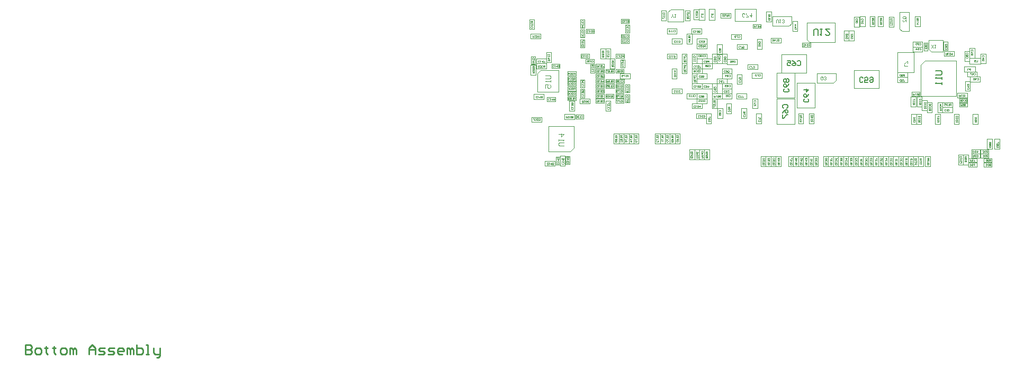
<source format=gbr>
G04 Layer_Color=8388736*
%FSLAX24Y24*%
%MOIN*%
%TF.FileFunction,Other,Bot_Assembly*%
%TF.Part,Single*%
G01*
G75*
%TA.AperFunction,NonConductor*%
%ADD53C,0.0100*%
%ADD88C,0.0039*%
%ADD89C,0.0079*%
%ADD148C,0.0020*%
%ADD149C,0.0032*%
%ADD150C,0.0059*%
D53*
X-30400Y-9600D02*
Y-10200D01*
X-30100D01*
X-30000Y-10100D01*
Y-10000D01*
X-30100Y-9900D01*
X-30400D01*
X-30100D01*
X-30000Y-9800D01*
Y-9700D01*
X-30100Y-9600D01*
X-30400D01*
X-29700Y-10200D02*
X-29500D01*
X-29400Y-10100D01*
Y-9900D01*
X-29500Y-9800D01*
X-29700D01*
X-29800Y-9900D01*
Y-10100D01*
X-29700Y-10200D01*
X-29100Y-9700D02*
Y-9800D01*
X-29200D01*
X-29000D01*
X-29100D01*
Y-10100D01*
X-29000Y-10200D01*
X-28601Y-9700D02*
Y-9800D01*
X-28701D01*
X-28501D01*
X-28601D01*
Y-10100D01*
X-28501Y-10200D01*
X-28101D02*
X-27901D01*
X-27801Y-10100D01*
Y-9900D01*
X-27901Y-9800D01*
X-28101D01*
X-28201Y-9900D01*
Y-10100D01*
X-28101Y-10200D01*
X-27601D02*
Y-9800D01*
X-27501D01*
X-27401Y-9900D01*
Y-10200D01*
Y-9900D01*
X-27301Y-9800D01*
X-27201Y-9900D01*
Y-10200D01*
X-26401D02*
Y-9800D01*
X-26201Y-9600D01*
X-26001Y-9800D01*
Y-10200D01*
Y-9900D01*
X-26401D01*
X-25801Y-10200D02*
X-25502D01*
X-25402Y-10100D01*
X-25502Y-10000D01*
X-25702D01*
X-25801Y-9900D01*
X-25702Y-9800D01*
X-25402D01*
X-25202Y-10200D02*
X-24902D01*
X-24802Y-10100D01*
X-24902Y-10000D01*
X-25102D01*
X-25202Y-9900D01*
X-25102Y-9800D01*
X-24802D01*
X-24302Y-10200D02*
X-24502D01*
X-24602Y-10100D01*
Y-9900D01*
X-24502Y-9800D01*
X-24302D01*
X-24202Y-9900D01*
Y-10000D01*
X-24602D01*
X-24002Y-10200D02*
Y-9800D01*
X-23902D01*
X-23802Y-9900D01*
Y-10200D01*
Y-9900D01*
X-23702Y-9800D01*
X-23602Y-9900D01*
Y-10200D01*
X-23402Y-9600D02*
Y-10200D01*
X-23102D01*
X-23002Y-10100D01*
Y-10000D01*
Y-9900D01*
X-23102Y-9800D01*
X-23402D01*
X-22802Y-10200D02*
X-22603D01*
X-22702D01*
Y-9600D01*
X-22802D01*
X-22303Y-9800D02*
Y-10100D01*
X-22203Y-10200D01*
X-21903D01*
Y-10300D01*
X-22003Y-10400D01*
X-22103D01*
X-21903Y-10200D02*
Y-9800D01*
D88*
X26496Y9626D02*
X27382D01*
Y8888D02*
Y9626D01*
X26496Y9055D02*
Y9626D01*
Y9055D02*
X26663Y8888D01*
X27382D01*
X18799Y10728D02*
X20571D01*
X18799Y9675D02*
Y10728D01*
Y9675D02*
X18967Y9508D01*
X20571D01*
Y10728D01*
X25984Y8051D02*
X26260Y8327D01*
X25984Y6083D02*
Y8051D01*
Y6083D02*
X28228D01*
Y8327D01*
X26260D02*
X28228D01*
X24528Y7598D02*
X25551D01*
Y8858D01*
X24528D02*
X25551D01*
X24528Y7598D02*
Y8858D01*
X2047Y7717D02*
X3189D01*
X1850Y7520D02*
X2047Y7717D01*
X1850Y6378D02*
Y7520D01*
Y6378D02*
X3189D01*
Y7717D01*
X10246Y11575D02*
X11043D01*
X10059Y11388D02*
X10246Y11575D01*
X10059Y10787D02*
Y11388D01*
Y10787D02*
X11043D01*
Y11575D01*
X24661Y11387D02*
X25261D01*
Y10187D02*
Y11387D01*
X24811Y10187D02*
X25261D01*
X24661Y10337D02*
X24811Y10187D01*
X24661Y10337D02*
Y11387D01*
X16644Y10527D02*
X17694D01*
X17844Y10677D01*
Y11127D01*
X16644D02*
X17844D01*
X16644Y10527D02*
Y11127D01*
X2543Y2593D02*
Y4207D01*
X4157D01*
Y2829D02*
Y4207D01*
X3921Y2593D02*
X4157Y2829D01*
X2543Y2593D02*
X3921D01*
X19439Y6944D02*
Y7544D01*
X20639D01*
Y7094D02*
Y7544D01*
X20489Y6944D02*
X20639Y7094D01*
X19439Y6944D02*
X20489D01*
X14291Y10827D02*
Y11614D01*
Y10827D02*
X15630D01*
Y11614D01*
X14291D02*
X15630D01*
X26654Y9144D02*
X26785Y9341D01*
Y9144D02*
X26654Y9341D01*
X26850D02*
X26916D01*
X26883D01*
Y9144D01*
X26850Y9177D01*
X25156Y7981D02*
X24959D01*
Y8112D01*
X25156Y8177D02*
Y8309D01*
X25123D01*
X24992Y8177D01*
X24959D01*
X2362Y7402D02*
X2625D01*
X2677Y7349D01*
Y7244D01*
X2625Y7192D01*
X2362D01*
X2677Y7087D02*
Y6982D01*
Y7034D01*
X2362D01*
X2415Y7087D01*
X2362Y6614D02*
Y6824D01*
X2520D01*
X2467Y6719D01*
Y6667D01*
X2520Y6614D01*
X2625D01*
X2677Y6667D01*
Y6772D01*
X2625Y6824D01*
X10276Y11073D02*
Y11106D01*
X10341Y11171D01*
X10407Y11106D01*
Y11073D01*
X10341Y11171D02*
Y11270D01*
X10472D02*
X10538D01*
X10505D01*
Y11073D01*
X10472Y11106D01*
X25028Y11006D02*
X24897D01*
X24864Y11039D01*
Y11105D01*
X24897Y11137D01*
X25028D01*
X25061Y11105D01*
Y11039D01*
X24995Y11072D02*
X25061Y11006D01*
Y11039D02*
X25028Y11006D01*
X25061Y10809D02*
Y10941D01*
X24929Y10809D01*
X24897D01*
X24864Y10842D01*
Y10908D01*
X24897Y10941D01*
X16894Y10730D02*
Y10894D01*
X16927Y10927D01*
X16992D01*
X17025Y10894D01*
Y10730D01*
X17091Y10927D02*
X17156D01*
X17124D01*
Y10730D01*
X17091Y10763D01*
X17255D02*
X17288Y10730D01*
X17353D01*
X17386Y10763D01*
Y10796D01*
X17353Y10828D01*
X17320D01*
X17353D01*
X17386Y10861D01*
Y10894D01*
X17353Y10927D01*
X17288D01*
X17255Y10894D01*
X3507Y2957D02*
X3245D01*
X3193Y3010D01*
Y3115D01*
X3245Y3167D01*
X3507D01*
X3193Y3272D02*
Y3377D01*
Y3324D01*
X3507D01*
X3455Y3272D01*
X3193Y3692D02*
X3507D01*
X3350Y3534D01*
Y3744D01*
X19821Y7311D02*
Y7180D01*
X19788Y7147D01*
X19722D01*
X19689Y7180D01*
Y7311D01*
X19722Y7344D01*
X19788D01*
X19755Y7279D02*
X19821Y7344D01*
X19788D02*
X19821Y7311D01*
X19886Y7180D02*
X19919Y7147D01*
X19985D01*
X20017Y7180D01*
Y7213D01*
X19985Y7246D01*
X19952D01*
X19985D01*
X20017Y7279D01*
Y7311D01*
X19985Y7344D01*
X19919D01*
X19886Y7311D01*
X14892Y11122D02*
X14852Y11083D01*
X14774D01*
X14734Y11122D01*
Y11280D01*
X14774Y11319D01*
X14852D01*
X14892Y11280D01*
X14970Y11083D02*
X15128D01*
Y11122D01*
X14970Y11280D01*
Y11319D01*
X15325D02*
Y11083D01*
X15207Y11201D01*
X15364D01*
D89*
X26910Y7697D02*
X27238D01*
X27303Y7631D01*
Y7500D01*
X27238Y7434D01*
X26910D01*
X27303Y7303D02*
Y7172D01*
Y7238D01*
X26910D01*
X26975Y7303D01*
X27303Y6975D02*
Y6844D01*
Y6910D01*
X26910D01*
X26975Y6975D01*
D148*
X6781Y7805D02*
X7293D01*
X6781Y7549D02*
Y7805D01*
Y7549D02*
X7293D01*
Y7805D01*
X4892Y8435D02*
X5404D01*
X4892Y8179D02*
Y8435D01*
Y8179D02*
X5404D01*
Y8435D01*
X25413Y6093D02*
X25925D01*
Y6348D01*
X25413D02*
X25925D01*
X25413Y6093D02*
Y6348D01*
X5827Y9094D02*
X6142D01*
Y8465D02*
Y9094D01*
X5827Y8465D02*
X6142D01*
X5827D02*
Y9094D01*
X7392Y5689D02*
Y6201D01*
Y5689D02*
X7648D01*
Y6201D01*
X7392D02*
X7648D01*
X3760Y7333D02*
X4272D01*
X3760Y7077D02*
Y7333D01*
Y7077D02*
X4272D01*
Y7333D01*
X29567Y4331D02*
Y4961D01*
X29252D02*
X29567D01*
X29252Y4331D02*
Y4961D01*
Y4331D02*
X29567D01*
X23976Y11102D02*
X24291D01*
Y10472D02*
Y11102D01*
X23976Y10472D02*
X24291D01*
X23976D02*
Y11102D01*
X30453Y1919D02*
Y2175D01*
X29941Y1919D02*
X30453D01*
X29941D02*
Y2175D01*
X30453D01*
X30256Y2195D02*
Y2451D01*
X29744Y2195D02*
X30256D01*
X29744D02*
Y2451D01*
X30256D01*
X29193Y2195D02*
Y2451D01*
X29705D01*
Y2195D02*
Y2451D01*
X29193Y2195D02*
X29705D01*
X28996Y1919D02*
Y2175D01*
X29508D01*
Y1919D02*
Y2175D01*
X28996Y1919D02*
X29508D01*
X30453Y1644D02*
Y1900D01*
X29941Y1644D02*
X30453D01*
X29941D02*
Y1900D01*
X30453D01*
X30256Y2470D02*
Y2726D01*
X29744Y2470D02*
X30256D01*
X29744D02*
Y2726D01*
X30256D01*
X29193Y2470D02*
Y2726D01*
X29705D01*
Y2470D02*
Y2726D01*
X29193Y2470D02*
X29705D01*
X28996Y1644D02*
Y1900D01*
X29508D01*
Y1644D02*
Y1900D01*
X28996Y1644D02*
X29508D01*
X30630Y2756D02*
X30945D01*
X30630D02*
Y3386D01*
X30945D01*
Y2756D02*
Y3386D01*
X30472Y2756D02*
Y3386D01*
X30157D02*
X30472D01*
X30157Y2756D02*
Y3386D01*
Y2756D02*
X30472D01*
X15413Y10384D02*
Y10640D01*
X15925D01*
Y10384D02*
Y10640D01*
X15413Y10384D02*
X15925D01*
X11260Y10039D02*
X11575D01*
Y9409D02*
Y10039D01*
X11260Y9409D02*
X11575D01*
X11260D02*
Y10039D01*
X11890Y9409D02*
X12520D01*
X11890Y9094D02*
Y9409D01*
Y9094D02*
X12520D01*
Y9409D01*
X22782Y10510D02*
X23096D01*
X22782D02*
Y11140D01*
X23096D01*
Y10510D02*
Y11140D01*
X23293Y10510D02*
X23608D01*
X23293D02*
Y11140D01*
X23608D01*
Y10510D02*
Y11140D01*
X25630Y10512D02*
Y11142D01*
Y10512D02*
X25945D01*
Y11142D01*
X25630D02*
X25945D01*
X13386Y11339D02*
X14016D01*
X13386Y11024D02*
Y11339D01*
Y11024D02*
X14016D01*
Y11339D01*
X11142Y10866D02*
X11457D01*
X11142D02*
Y11496D01*
X11457D01*
Y10866D02*
Y11496D01*
X16575Y10787D02*
Y11417D01*
X16260D02*
X16575D01*
X16260Y10787D02*
Y11417D01*
Y10787D02*
X16575D01*
X25197Y1654D02*
X25512D01*
X25197D02*
Y2283D01*
X25512D01*
Y1654D02*
Y2283D01*
X24882Y1654D02*
X25197D01*
X24882D02*
Y2283D01*
X25197D01*
Y1654D02*
Y2283D01*
X24567Y1654D02*
X24882D01*
X24567D02*
Y2283D01*
X24882D01*
Y1654D02*
Y2283D01*
X24252Y1654D02*
X24567D01*
X24252D02*
Y2283D01*
X24567D01*
Y1654D02*
Y2283D01*
X23937Y1654D02*
X24252D01*
X23937D02*
Y2283D01*
X24252D01*
Y1654D02*
Y2283D01*
X23622Y1654D02*
X23937D01*
X23622D02*
Y2283D01*
X23937D01*
Y1654D02*
Y2283D01*
X23307Y1654D02*
X23622D01*
X23307D02*
Y2283D01*
X23622D01*
Y1654D02*
Y2283D01*
X22992Y1654D02*
X23307D01*
X22992D02*
Y2283D01*
X23307D01*
Y1654D02*
Y2283D01*
X22677Y1654D02*
X22992D01*
X22677D02*
Y2283D01*
X22992D01*
Y1654D02*
Y2283D01*
X22362Y1654D02*
X22677D01*
X22362D02*
Y2283D01*
X22677D01*
Y1654D02*
Y2283D01*
X22047Y1654D02*
X22362D01*
X22047D02*
Y2283D01*
X22362D01*
Y1654D02*
Y2283D01*
X21732Y1654D02*
X22047D01*
X21732D02*
Y2283D01*
X22047D01*
Y1654D02*
Y2283D01*
X21417Y1654D02*
X21732D01*
X21417D02*
Y2283D01*
X21732D01*
Y1654D02*
Y2283D01*
X21102Y1654D02*
X21417D01*
X21102D02*
Y2283D01*
X21417D01*
Y1654D02*
Y2283D01*
X20787Y1654D02*
X21102D01*
X20787D02*
Y2283D01*
X21102D01*
Y1654D02*
Y2283D01*
X20472Y1654D02*
X20787D01*
X20472D02*
Y2283D01*
X20787D01*
Y1654D02*
Y2283D01*
X20157Y1654D02*
X20472D01*
X20157D02*
Y2283D01*
X20472D01*
Y1654D02*
Y2283D01*
X20157Y1654D02*
Y2283D01*
X19843D02*
X20157D01*
X19843Y1654D02*
Y2283D01*
Y1654D02*
X20157D01*
X26575D02*
Y2283D01*
X26260D02*
X26575D01*
X26260Y1654D02*
Y2283D01*
Y1654D02*
X26575D01*
X17165Y9449D02*
Y9764D01*
X16535Y9449D02*
X17165D01*
X16535D02*
Y9764D01*
X17165D01*
X18898Y1654D02*
X19213D01*
X18898D02*
Y2283D01*
X19213D01*
Y1654D02*
Y2283D01*
X18898Y1654D02*
Y2283D01*
X18583D02*
X18898D01*
X18583Y1654D02*
Y2283D01*
Y1654D02*
X18898D01*
X18268D02*
X18583D01*
X18268D02*
Y2283D01*
X18583D01*
Y1654D02*
Y2283D01*
X18268Y1654D02*
Y2283D01*
X17953D02*
X18268D01*
X17953Y1654D02*
Y2283D01*
Y1654D02*
X18268D01*
X17638D02*
X17953D01*
X17638D02*
Y2283D01*
X17953D01*
Y1654D02*
Y2283D01*
X17165Y1654D02*
Y2283D01*
X16850D02*
X17165D01*
X16850Y1654D02*
Y2283D01*
Y1654D02*
X17165D01*
X16535D02*
X16850D01*
X16535D02*
Y2283D01*
X16850D01*
Y1654D02*
Y2283D01*
X16535Y1654D02*
Y2283D01*
X16220D02*
X16535D01*
X16220Y1654D02*
Y2283D01*
Y1654D02*
X16535D01*
X15906D02*
X16220D01*
X15906D02*
Y2283D01*
X16220D01*
Y1654D02*
Y2283D01*
X10197Y3110D02*
Y3740D01*
Y3110D02*
X10512D01*
Y3740D01*
X10197D02*
X10512D01*
X9882D02*
X10197D01*
Y3110D02*
Y3740D01*
X9882Y3110D02*
X10197D01*
X9882D02*
Y3740D01*
X9567Y3110D02*
Y3740D01*
Y3110D02*
X9882D01*
Y3740D01*
X9567D02*
X9882D01*
X9252D02*
X9567D01*
Y3110D02*
Y3740D01*
X9252Y3110D02*
X9567D01*
X9252D02*
Y3740D01*
X19528Y1654D02*
Y2283D01*
X19213D02*
X19528D01*
X19213Y1654D02*
Y2283D01*
Y1654D02*
X19528D01*
X7913Y3740D02*
X8228D01*
Y3110D02*
Y3740D01*
X7913Y3110D02*
X8228D01*
X7913D02*
Y3740D01*
X7598Y3110D02*
Y3740D01*
Y3110D02*
X7913D01*
Y3740D01*
X7598D02*
X7913D01*
X7283D02*
X7598D01*
Y3110D02*
Y3740D01*
X7283Y3110D02*
X7598D01*
X7283D02*
Y3740D01*
X6969Y3110D02*
Y3740D01*
Y3110D02*
X7283D01*
Y3740D01*
X6969D02*
X7283D01*
X6654D02*
X6969D01*
Y3110D02*
Y3740D01*
X6654Y3110D02*
X6969D01*
X6654D02*
Y3740D01*
X1339Y10315D02*
Y10945D01*
Y10315D02*
X1654D01*
Y10945D01*
X1339D02*
X1654D01*
X1417Y9724D02*
X2047D01*
Y10039D01*
X1417D02*
X2047D01*
X1417Y9724D02*
Y10039D01*
X18268Y4370D02*
Y5000D01*
Y4370D02*
X18583D01*
Y5000D01*
X18268D02*
X18583D01*
X19252Y4370D02*
Y5000D01*
X18937D02*
X19252D01*
X18937Y4370D02*
Y5000D01*
Y4370D02*
X19252D01*
X28406Y5699D02*
Y5955D01*
X28917D01*
Y5699D02*
Y5955D01*
X28406Y5699D02*
X28917D01*
X28406Y5423D02*
X28917D01*
Y5679D01*
X28406D02*
X28917D01*
X28406Y5423D02*
Y5679D01*
X27441Y8622D02*
X28071D01*
Y8937D01*
X27441D02*
X28071D01*
X27441Y8622D02*
Y8937D01*
X28268Y5984D02*
Y6299D01*
X28898D01*
Y5984D02*
Y6299D01*
X28268Y5984D02*
X28898D01*
X28071Y4331D02*
X28386D01*
X28071D02*
Y4961D01*
X28386D01*
Y4331D02*
Y4961D01*
X27205Y4331D02*
Y4961D01*
X26890D02*
X27205D01*
X26890Y4331D02*
Y4961D01*
Y4331D02*
X27205D01*
X25709D02*
X26024D01*
X25709D02*
Y4961D01*
X26024D01*
Y4331D02*
Y4961D01*
X25669Y5433D02*
Y6063D01*
X25354D02*
X25669D01*
X25354Y5433D02*
Y6063D01*
Y5433D02*
X25669D01*
X27047Y5079D02*
X27362D01*
X27047D02*
Y5709D01*
X27362D01*
Y5079D02*
Y5709D01*
X1496Y4764D02*
X2126D01*
X1496Y4449D02*
Y4764D01*
Y4449D02*
X2126D01*
Y4764D01*
X3543Y4646D02*
Y4961D01*
X4173D01*
Y4646D02*
Y4961D01*
X3543Y4646D02*
X4173D01*
X12835Y5945D02*
Y6260D01*
X13465D01*
Y5945D02*
Y6260D01*
X12835Y5945D02*
X13465D01*
X12835Y5315D02*
Y5945D01*
Y5315D02*
X13150D01*
Y5945D01*
X12835D02*
X13150D01*
X11575Y6890D02*
X11890D01*
X11575D02*
Y7520D01*
X11890D01*
Y6890D02*
Y7520D01*
X19035Y9203D02*
Y9459D01*
X18524Y9203D02*
X19035D01*
X18524D02*
Y9459D01*
X19035D01*
X1417Y7441D02*
X1732D01*
X1417D02*
Y8071D01*
X1732D01*
Y7441D02*
Y8071D01*
X1772Y7835D02*
X2402D01*
Y8150D01*
X1772D02*
X2402D01*
X1772Y7835D02*
Y8150D01*
X4528Y5630D02*
Y5945D01*
X5157D01*
Y5630D02*
Y5945D01*
X4528Y5630D02*
X5157D01*
X7047Y7520D02*
X7677D01*
X7047Y7205D02*
Y7520D01*
Y7205D02*
X7677D01*
Y7520D01*
X10945Y8150D02*
X11260D01*
X10945D02*
Y8780D01*
X11260D01*
Y8150D02*
Y8780D01*
Y7520D02*
Y8150D01*
X10945D02*
X11260D01*
X10945Y7520D02*
Y8150D01*
Y7520D02*
X11260D01*
X6407Y7835D02*
X6722D01*
X6407D02*
Y8465D01*
X6722D01*
Y7835D02*
Y8465D01*
X5522Y6604D02*
Y6860D01*
X6033D01*
Y6604D02*
Y6860D01*
X5522Y6604D02*
X6033D01*
X6161Y6860D02*
X6673D01*
X6161Y6604D02*
Y6860D01*
Y6604D02*
X6673D01*
Y6860D01*
X5522Y6289D02*
Y6545D01*
X6033D01*
Y6289D02*
Y6545D01*
X5522Y6289D02*
X6033D01*
X3760Y6703D02*
X4272D01*
X3760Y6447D02*
Y6703D01*
Y6447D02*
X4272D01*
Y6703D01*
X7293Y6289D02*
Y6545D01*
X6781Y6289D02*
X7293D01*
X6781D02*
Y6545D01*
X7293D01*
X3760Y6388D02*
X4272D01*
X3760Y6132D02*
Y6388D01*
Y6132D02*
X4272D01*
Y6388D01*
X7293Y5974D02*
Y6230D01*
X6781Y5974D02*
X7293D01*
X6781D02*
Y6230D01*
X7293D01*
X3760Y6073D02*
X4272D01*
X3760Y5817D02*
Y6073D01*
Y5817D02*
X4272D01*
Y6073D01*
X7293Y5659D02*
Y5915D01*
X6781Y5659D02*
X7293D01*
X6781D02*
Y5915D01*
X7293D01*
X5522Y5974D02*
X6033D01*
Y6230D01*
X5522D02*
X6033D01*
X5522Y5974D02*
Y6230D01*
X6673Y7549D02*
Y7805D01*
X6161Y7549D02*
X6673D01*
X6161D02*
Y7805D01*
X6673D01*
X6152Y6230D02*
X6663D01*
X6152Y5974D02*
Y6230D01*
Y5974D02*
X6663D01*
Y6230D01*
X6673Y6919D02*
Y7175D01*
X6161Y6919D02*
X6673D01*
X6161D02*
Y7175D01*
X6673D01*
X5522Y5659D02*
X6033D01*
Y5915D01*
X5522D02*
X6033D01*
X5522Y5659D02*
Y5915D01*
Y6919D02*
Y7175D01*
X6033D01*
Y6919D02*
Y7175D01*
X5522Y6919D02*
X6033D01*
X6781Y6860D02*
X7293D01*
X6781Y6604D02*
Y6860D01*
Y6604D02*
X7293D01*
Y6860D01*
X4272Y6762D02*
Y7018D01*
X3760Y6762D02*
X4272D01*
X3760D02*
Y7018D01*
X4272D01*
X5522Y7234D02*
X6033D01*
Y7490D01*
X5522D02*
X6033D01*
X5522Y7234D02*
Y7490D01*
Y7549D02*
Y7805D01*
X6033D01*
Y7549D02*
Y7805D01*
X5522Y7549D02*
X6033D01*
X5522Y7864D02*
X6033D01*
Y8120D01*
X5522D02*
X6033D01*
X5522Y7864D02*
Y8120D01*
X4272Y7392D02*
Y7648D01*
X3760Y7392D02*
X4272D01*
X3760D02*
Y7648D01*
X4272D01*
X25827Y2283D02*
X26142D01*
Y1654D02*
Y2283D01*
X25827Y1654D02*
X26142D01*
X25827D02*
Y2283D01*
X25512Y1654D02*
Y2283D01*
Y1654D02*
X25827D01*
Y2283D01*
X25512D02*
X25827D01*
X29764Y8130D02*
Y8484D01*
X29055D02*
X29764D01*
X29055Y8130D02*
Y8484D01*
Y8130D02*
X29764D01*
X28701Y7972D02*
X29409D01*
Y7618D02*
Y7972D01*
X28701Y7618D02*
X29409D01*
X28701D02*
Y7972D01*
X12657Y10906D02*
Y11614D01*
X13012D01*
Y10906D02*
Y11614D01*
X12657Y10906D02*
X13012D01*
X12028D02*
X12382D01*
Y11614D01*
X12028D02*
X12382D01*
X12028Y10906D02*
Y11614D01*
X13465Y8740D02*
Y9370D01*
X13150D02*
X13465D01*
X13150Y8740D02*
Y9370D01*
Y8740D02*
X13465D01*
X9646Y11496D02*
X9961D01*
Y10866D02*
Y11496D01*
X9646Y10866D02*
X9961D01*
X9646D02*
Y11496D01*
X27362Y5079D02*
X27992D01*
Y5394D01*
X27362D02*
X27992D01*
X27362Y5079D02*
Y5394D01*
X29055Y9134D02*
X29370D01*
Y8504D02*
Y9134D01*
X29055Y8504D02*
X29370D01*
X29055D02*
Y9134D01*
X29094Y6417D02*
Y7047D01*
X28780D02*
X29094D01*
X28780Y6417D02*
Y7047D01*
Y6417D02*
X29094D01*
X28740Y8937D02*
X29055D01*
Y8307D02*
Y8937D01*
X28740Y8307D02*
X29055D01*
X28740D02*
Y8937D01*
X28898Y7638D02*
X29528D01*
X28898Y7323D02*
Y7638D01*
Y7323D02*
X29528D01*
Y7638D01*
X29724Y7008D02*
Y7323D01*
X29094Y7008D02*
X29724D01*
X29094D02*
Y7323D01*
X29724D01*
X25467Y9528D02*
X26096D01*
X25467Y9213D02*
Y9528D01*
Y9213D02*
X26096D01*
Y9528D01*
Y8898D02*
Y9213D01*
X25467Y8898D02*
X26096D01*
X25467D02*
Y9213D01*
X26096D01*
X24528Y7283D02*
X25157D01*
Y7598D01*
X24528D02*
X25157D01*
X24528Y7283D02*
Y7598D01*
Y6969D02*
Y7283D01*
X25157D01*
Y6969D02*
Y7283D01*
X24528Y6969D02*
X25157D01*
X29764Y8150D02*
Y8780D01*
Y8150D02*
X30079D01*
Y8780D01*
X29764D02*
X30079D01*
X27687Y9006D02*
Y9518D01*
X27431D02*
X27687D01*
X27431Y9006D02*
Y9518D01*
Y9006D02*
X27687D01*
X26171Y9469D02*
X26427D01*
Y8957D02*
Y9469D01*
X26171Y8957D02*
X26427D01*
X26171D02*
Y9469D01*
X25394Y4331D02*
X25709D01*
X25394D02*
Y4961D01*
X25709D01*
Y4331D02*
Y4961D01*
X4744Y4675D02*
Y4931D01*
X4232Y4675D02*
X4744D01*
X4232D02*
Y4931D01*
X4744D01*
X2323Y1693D02*
X2953D01*
Y2008D01*
X2323D02*
X2953D01*
X2323Y1693D02*
Y2008D01*
X3868Y1791D02*
Y2303D01*
X3612D02*
X3868D01*
X3612Y1791D02*
Y2303D01*
Y1791D02*
X3868D01*
X3022Y1752D02*
X3278D01*
X3022D02*
Y2264D01*
X3278D01*
Y1752D02*
Y2264D01*
X3583Y1693D02*
Y2323D01*
X3268D02*
X3583D01*
X3268Y1693D02*
Y2323D01*
Y1693D02*
X3583D01*
X12205Y7520D02*
Y7835D01*
X11575Y7520D02*
X12205D01*
X11575D02*
Y7835D01*
X12205D01*
X11890Y7205D02*
X12520D01*
Y7520D01*
X11890D02*
X12520D01*
X11890Y7205D02*
Y7520D01*
X11575Y7835D02*
Y8150D01*
X12205D01*
Y7835D02*
Y8150D01*
X11575Y7835D02*
X12205D01*
X13465Y7520D02*
X14094D01*
Y7835D01*
X13465D02*
X14094D01*
X13465Y7520D02*
Y7835D01*
X14094Y6575D02*
Y6890D01*
X13465Y6575D02*
X14094D01*
X13465D02*
Y6890D01*
X14094D01*
X13780Y8150D02*
Y8780D01*
X13465D02*
X13780D01*
X13465Y8150D02*
Y8780D01*
Y8150D02*
X13780D01*
X14094Y5945D02*
Y6260D01*
X13465Y5945D02*
X14094D01*
X13465D02*
Y6260D01*
X14094D01*
X13465Y6260D02*
X14094D01*
Y6575D01*
X13465D02*
X14094D01*
X13465Y6260D02*
Y6575D01*
X14094Y7205D02*
Y7520D01*
X13465Y7205D02*
X14094D01*
X13465D02*
Y7520D01*
X14094D01*
X12835Y7835D02*
Y8150D01*
X12205Y7835D02*
X12835D01*
X12205D02*
Y8150D01*
X12835D01*
X11890Y5945D02*
X12520D01*
Y6260D01*
X11890D02*
X12520D01*
X11890Y5945D02*
Y6260D01*
X13150Y8780D02*
X13465D01*
Y8150D02*
Y8780D01*
X13150Y8150D02*
X13465D01*
X13150D02*
Y8780D01*
X13150Y8150D02*
Y8780D01*
X12835D02*
X13150D01*
X12835Y8150D02*
Y8780D01*
Y8150D02*
X13150D01*
X14409Y6850D02*
X14724D01*
X14409D02*
Y7480D01*
X14724D01*
Y6850D02*
Y7480D01*
X12008Y10945D02*
Y11575D01*
X11693D02*
X12008D01*
X11693Y10945D02*
Y11575D01*
Y10945D02*
X12008D01*
X12520Y8465D02*
Y8780D01*
X11890Y8465D02*
X12520D01*
X11890D02*
Y8780D01*
X12520D01*
X10000Y10354D02*
X10630D01*
X10000Y10039D02*
Y10354D01*
Y10039D02*
X10630D01*
Y10354D01*
X10315Y9409D02*
Y9724D01*
X10945D01*
Y9409D02*
Y9724D01*
X10315Y9409D02*
X10945D01*
X10630Y7205D02*
Y7835D01*
X10315D02*
X10630D01*
X10315Y7205D02*
Y7835D01*
Y7205D02*
X10630D01*
X10315Y6260D02*
Y6575D01*
X10945D01*
Y6260D02*
Y6575D01*
X10315Y6260D02*
X10945D01*
X10000Y8465D02*
X10630D01*
Y8780D01*
X10000D02*
X10630D01*
X10000Y8465D02*
Y8780D01*
X15079Y7795D02*
Y8110D01*
X15709D01*
Y7795D02*
Y8110D01*
X15079Y7795D02*
X15709D01*
X15669Y9055D02*
Y9685D01*
Y9055D02*
X15984D01*
Y9685D01*
X15669D02*
X15984D01*
X14370Y5945D02*
X15000D01*
Y6260D01*
X14370D02*
X15000D01*
X14370Y5945D02*
Y6260D01*
X15984Y7244D02*
Y7559D01*
X15354Y7244D02*
X15984D01*
X15354D02*
Y7559D01*
X15984D01*
X11575Y5315D02*
X12205D01*
Y5630D01*
X11575D02*
X12205D01*
X11575Y5315D02*
Y5630D01*
X12835Y6260D02*
X13150D01*
X12835D02*
Y6890D01*
X13150D01*
Y6260D02*
Y6890D01*
X13780D01*
Y7205D01*
X13150D02*
X13780D01*
X13150Y6890D02*
Y7205D01*
X14685Y9685D02*
Y10000D01*
X14055Y9685D02*
X14685D01*
X14055D02*
Y10000D01*
X14685D01*
X14409Y9055D02*
X15039D01*
Y9370D01*
X14409D02*
X15039D01*
X14409Y9055D02*
Y9370D01*
X14685Y4685D02*
X15000D01*
X14685D02*
Y5315D01*
X15000D01*
Y4685D02*
Y5315D01*
X14055Y5000D02*
Y5630D01*
X13740D02*
X14055D01*
X13740Y5000D02*
Y5630D01*
Y5000D02*
X14055D01*
X15394Y5945D02*
X15709D01*
Y5315D02*
Y5945D01*
X15394Y5315D02*
X15709D01*
X15394D02*
Y5945D01*
X15630Y4370D02*
X15945D01*
X15630D02*
Y5000D01*
X15945D01*
Y4370D02*
Y5000D01*
X13780Y8425D02*
X14409D01*
X13780Y8110D02*
Y8425D01*
Y8110D02*
X14409D01*
Y8425D01*
X11535Y10039D02*
Y10354D01*
X12165D01*
Y10039D02*
Y10354D01*
X11535Y10039D02*
X12165D01*
X12205Y8150D02*
X12835D01*
Y8465D01*
X12205D02*
X12835D01*
X12205Y8150D02*
Y8465D01*
Y6575D02*
Y6890D01*
X12835D01*
Y6575D02*
Y6890D01*
X12205Y6575D02*
X12835D01*
X11890Y9409D02*
X12520D01*
Y9724D01*
X11890D02*
X12520D01*
X11890Y9409D02*
Y9724D01*
X13189Y5315D02*
X13504D01*
Y4685D02*
Y5315D01*
X13189Y4685D02*
X13504D01*
X13189D02*
Y5315D01*
X11850Y4685D02*
X12480D01*
Y5000D01*
X11850D02*
X12480D01*
X11850Y4685D02*
Y5000D01*
X12514Y5630D02*
Y5945D01*
X11884Y5630D02*
X12514D01*
X11884D02*
Y5945D01*
X12514D01*
X12795Y4370D02*
Y5000D01*
X12480D02*
X12795D01*
X12480Y4370D02*
Y5000D01*
Y4370D02*
X12795D01*
X11575Y6575D02*
Y6890D01*
X12205D01*
Y6575D02*
Y6890D01*
X11575Y6575D02*
X12205D01*
X21457Y9606D02*
Y10236D01*
X21142D02*
X21457D01*
X21142Y9606D02*
Y10236D01*
Y9606D02*
X21457D01*
X21772D01*
X21457D02*
Y10236D01*
X21772D01*
Y9606D02*
Y10236D01*
X18228Y10197D02*
Y10827D01*
X17913D02*
X18228D01*
X17913Y10197D02*
Y10827D01*
Y10197D02*
X18228D01*
X22152Y11116D02*
X22467D01*
Y10486D02*
Y11116D01*
X22152Y10486D02*
X22467D01*
X22152D02*
Y11116D01*
X21797Y10480D02*
Y11110D01*
Y10480D02*
X22112D01*
Y11110D01*
X21797D02*
X22112D01*
X1772Y8150D02*
Y8465D01*
X2402D01*
Y8150D02*
Y8465D01*
X1772Y8150D02*
X2402D01*
X1614Y5906D02*
X2244D01*
Y6220D01*
X1614D02*
X2244D01*
X1614Y5906D02*
Y6220D01*
X1447Y8602D02*
X1703D01*
Y8091D02*
Y8602D01*
X1447Y8091D02*
X1703D01*
X1447D02*
Y8602D01*
X2736Y7864D02*
X3248D01*
Y8120D01*
X2736D02*
X3248D01*
X2736Y7864D02*
Y8120D01*
X2461Y5778D02*
Y6033D01*
X2972D01*
Y5778D02*
Y6033D01*
X2461Y5778D02*
X2972D01*
X7392Y6319D02*
Y6831D01*
Y6319D02*
X7648D01*
Y6831D01*
X7392D02*
X7648D01*
X7077Y7894D02*
X7333D01*
X7077D02*
Y8406D01*
X7333D01*
Y7894D02*
Y8406D01*
X6791Y8494D02*
X7303D01*
Y8750D01*
X6791D02*
X7303D01*
X6791Y8494D02*
Y8750D01*
X7618Y9439D02*
Y9695D01*
X7106Y9439D02*
X7618D01*
X7106D02*
Y9695D01*
X7618D01*
X7106Y10010D02*
X7618D01*
X7106Y9754D02*
Y10010D01*
Y9754D02*
X7618D01*
Y10010D01*
X7392Y10098D02*
X7648D01*
X7392D02*
Y10610D01*
X7648D01*
Y10098D02*
Y10610D01*
X7106Y10699D02*
X7618D01*
Y10955D01*
X7106D02*
X7618D01*
X7106Y10699D02*
Y10955D01*
X6142Y5157D02*
X6457D01*
X6142D02*
Y5787D01*
X6457D01*
Y5157D02*
Y5787D01*
X6142Y8465D02*
Y9094D01*
Y8465D02*
X6457D01*
Y9094D01*
X6142D02*
X6457D01*
X3858Y5157D02*
X4173D01*
X3858D02*
Y5787D01*
X4173D01*
Y5157D02*
Y5787D01*
X2402Y8228D02*
Y8858D01*
Y8228D02*
X2717D01*
Y8858D01*
X2402D02*
X2717D01*
X4557Y6004D02*
X4813D01*
X4557D02*
Y6516D01*
X4813D01*
Y6004D02*
Y6516D01*
Y6634D02*
Y7146D01*
X4557D02*
X4813D01*
X4557Y6634D02*
Y7146D01*
Y6634D02*
X4813D01*
X5187Y7579D02*
X5443D01*
X5187D02*
Y8091D01*
X5443D01*
Y7579D02*
Y8091D01*
X4587Y8750D02*
X5098D01*
X4587Y8494D02*
Y8750D01*
Y8494D02*
X5098D01*
Y8750D01*
X4557Y9154D02*
X4813D01*
X4557D02*
Y9665D01*
X4813D01*
Y9154D02*
Y9665D01*
X4557Y9783D02*
Y10295D01*
Y9783D02*
X4813D01*
Y10295D01*
X4557D02*
X4813D01*
X4902Y10069D02*
Y10325D01*
X5413D01*
Y10069D02*
Y10325D01*
X4902Y10069D02*
X5413D01*
X4557Y10413D02*
Y10925D01*
Y10413D02*
X4813D01*
Y10925D01*
X4557D02*
X4813D01*
X7303Y6919D02*
Y7175D01*
X6791Y6919D02*
X7303D01*
X6791D02*
Y7175D01*
X7303D01*
X11575Y8780D02*
X11890D01*
Y8150D02*
Y8780D01*
X11575Y8150D02*
X11890D01*
X11575D02*
Y8780D01*
X11260Y6260D02*
X11890D01*
X11260Y5945D02*
Y6260D01*
Y5945D02*
X11890D01*
Y6260D01*
X25748Y5433D02*
X26063D01*
X25748D02*
Y6063D01*
X26063D01*
Y5433D02*
Y6063D01*
X26378Y5197D02*
Y5827D01*
X26063D02*
X26378D01*
X26063Y5197D02*
Y5827D01*
Y5197D02*
X26378D01*
X26378Y5079D02*
X26693D01*
X26378D02*
Y5709D01*
X26693D01*
Y5079D02*
Y5709D01*
X27362Y5709D02*
X27992D01*
X27362Y5394D02*
Y5709D01*
Y5394D02*
X27992D01*
Y5709D01*
X12047Y2093D02*
Y2722D01*
X11732D02*
X12047D01*
X11732Y2093D02*
Y2722D01*
Y2093D02*
X12047D01*
X12047D02*
X12362D01*
X12047D02*
Y2722D01*
X12362D01*
Y2093D02*
Y2722D01*
Y2093D02*
Y2722D01*
Y2093D02*
X12677D01*
Y2722D01*
X12362D02*
X12677D01*
X11417D02*
X11732D01*
Y2093D02*
Y2722D01*
X11417Y2093D02*
X11732D01*
X11417D02*
Y2722D01*
X10512Y3740D02*
X10827D01*
Y3110D02*
Y3740D01*
X10512Y3110D02*
X10827D01*
X10512D02*
Y3740D01*
X28661Y1772D02*
Y2402D01*
Y1772D02*
X28976D01*
Y2402D01*
X28661D02*
X28976D01*
X28346D02*
X28661D01*
Y1772D02*
Y2402D01*
X28346Y1772D02*
X28661D01*
X28346D02*
Y2402D01*
X7224Y7618D02*
Y7736D01*
X7165D01*
X7146Y7717D01*
Y7677D01*
X7165Y7657D01*
X7224D01*
X7185D02*
X7146Y7618D01*
X7106D02*
X7067D01*
X7087D01*
Y7736D01*
X7106Y7717D01*
X7008D02*
X6988Y7736D01*
X6949D01*
X6929Y7717D01*
Y7697D01*
X6949Y7677D01*
X6929Y7657D01*
Y7638D01*
X6949Y7618D01*
X6988D01*
X7008Y7638D01*
Y7657D01*
X6988Y7677D01*
X7008Y7697D01*
Y7717D01*
X6988Y7677D02*
X6949D01*
X6890Y7618D02*
X6851D01*
X6870D01*
Y7736D01*
X6890Y7717D01*
X5256Y8346D02*
X5276Y8366D01*
X5315D01*
X5335Y8346D01*
Y8268D01*
X5315Y8248D01*
X5276D01*
X5256Y8268D01*
X5217Y8248D02*
X5177D01*
X5197D01*
Y8366D01*
X5217Y8346D01*
X5118D02*
X5099Y8366D01*
X5059D01*
X5039Y8346D01*
Y8327D01*
X5059Y8307D01*
X5079D01*
X5059D01*
X5039Y8287D01*
Y8268D01*
X5059Y8248D01*
X5099D01*
X5118Y8268D01*
X5000Y8248D02*
X4961D01*
X4980D01*
Y8366D01*
X5000Y8346D01*
X25482Y6280D02*
Y6161D01*
X25541D01*
X25561Y6181D01*
Y6220D01*
X25541Y6240D01*
X25482D01*
X25522D02*
X25561Y6280D01*
X25600D02*
X25640D01*
X25620D01*
Y6161D01*
X25600Y6181D01*
X25699Y6280D02*
X25738D01*
X25718D01*
Y6161D01*
X25699Y6181D01*
X25876Y6161D02*
X25797D01*
Y6220D01*
X25837Y6201D01*
X25856D01*
X25876Y6220D01*
Y6260D01*
X25856Y6280D01*
X25817D01*
X25797Y6260D01*
X6024Y8976D02*
X5906D01*
Y8917D01*
X5925Y8898D01*
X5965D01*
X5984Y8917D01*
Y8976D01*
Y8937D02*
X6024Y8898D01*
Y8858D02*
Y8819D01*
Y8839D01*
X5906D01*
X5925Y8858D01*
Y8760D02*
X5906Y8740D01*
Y8701D01*
X5925Y8681D01*
X5945D01*
X5965Y8701D01*
X5984Y8681D01*
X6004D01*
X6024Y8701D01*
Y8740D01*
X6004Y8760D01*
X5984D01*
X5965Y8740D01*
X5945Y8760D01*
X5925D01*
X5965Y8740D02*
Y8701D01*
X6004Y8642D02*
X6024Y8622D01*
Y8583D01*
X6004Y8563D01*
X5925D01*
X5906Y8583D01*
Y8622D01*
X5925Y8642D01*
X5945D01*
X5965Y8622D01*
Y8563D01*
X7480Y6053D02*
X7461Y6073D01*
Y6112D01*
X7480Y6132D01*
X7559D01*
X7579Y6112D01*
Y6073D01*
X7559Y6053D01*
X7579Y6014D02*
Y5974D01*
Y5994D01*
X7461D01*
X7480Y6014D01*
X7579Y5915D02*
Y5876D01*
Y5896D01*
X7461D01*
X7480Y5915D01*
Y5817D02*
X7461Y5797D01*
Y5758D01*
X7480Y5738D01*
X7500D01*
X7520Y5758D01*
X7539Y5738D01*
X7559D01*
X7579Y5758D01*
Y5797D01*
X7559Y5817D01*
X7539D01*
X7520Y5797D01*
X7500Y5817D01*
X7480D01*
X7520Y5797D02*
Y5758D01*
X4203Y7146D02*
Y7264D01*
X4144D01*
X4124Y7244D01*
Y7205D01*
X4144Y7185D01*
X4203D01*
X4163D02*
X4124Y7146D01*
X4006D02*
X4085D01*
X4006Y7224D01*
Y7244D01*
X4026Y7264D01*
X4065D01*
X4085Y7244D01*
X3967D02*
X3947Y7264D01*
X3908D01*
X3888Y7244D01*
Y7165D01*
X3908Y7146D01*
X3947D01*
X3967Y7165D01*
Y7244D01*
X3849D02*
X3829Y7264D01*
X3789D01*
X3770Y7244D01*
Y7224D01*
X3789Y7205D01*
X3809D01*
X3789D01*
X3770Y7185D01*
Y7165D01*
X3789Y7146D01*
X3829D01*
X3849Y7165D01*
X29370Y4449D02*
X29488D01*
Y4508D01*
X29468Y4528D01*
X29429D01*
X29409Y4508D01*
Y4449D01*
Y4488D02*
X29370Y4528D01*
X29390Y4567D02*
X29370Y4587D01*
Y4626D01*
X29390Y4646D01*
X29468D01*
X29488Y4626D01*
Y4587D01*
X29468Y4567D01*
X29449D01*
X29429Y4587D01*
Y4646D01*
X29488Y4764D02*
Y4685D01*
X29429D01*
X29449Y4724D01*
Y4744D01*
X29429Y4764D01*
X29390D01*
X29370Y4744D01*
Y4705D01*
X29390Y4685D01*
X24173Y10984D02*
X24055D01*
Y10925D01*
X24075Y10906D01*
X24114D01*
X24134Y10925D01*
Y10984D01*
Y10945D02*
X24173Y10906D01*
Y10866D02*
Y10827D01*
Y10847D01*
X24055D01*
X24075Y10866D01*
X24173Y10689D02*
Y10768D01*
X24095Y10689D01*
X24075D01*
X24055Y10709D01*
Y10748D01*
X24075Y10768D01*
X24173Y10571D02*
Y10650D01*
X24095Y10571D01*
X24075D01*
X24055Y10591D01*
Y10630D01*
X24075Y10650D01*
X30384Y1988D02*
Y2106D01*
X30325D01*
X30305Y2087D01*
Y2047D01*
X30325Y2028D01*
X30384D01*
X30345D02*
X30305Y1988D01*
X30266Y2008D02*
X30246Y1988D01*
X30207D01*
X30187Y2008D01*
Y2087D01*
X30207Y2106D01*
X30246D01*
X30266Y2087D01*
Y2067D01*
X30246Y2047D01*
X30187D01*
X30148Y2087D02*
X30128Y2106D01*
X30089D01*
X30069Y2087D01*
Y2008D01*
X30089Y1988D01*
X30128D01*
X30148Y2008D01*
Y2087D01*
X30187Y2264D02*
Y2382D01*
X30128D01*
X30108Y2362D01*
Y2323D01*
X30128Y2303D01*
X30187D01*
X30148D02*
X30108Y2264D01*
X30069Y2283D02*
X30049Y2264D01*
X30010D01*
X29990Y2283D01*
Y2362D01*
X30010Y2382D01*
X30049D01*
X30069Y2362D01*
Y2342D01*
X30049Y2323D01*
X29990D01*
X29951Y2264D02*
X29912D01*
X29931D01*
Y2382D01*
X29951Y2362D01*
X29262Y2382D02*
Y2264D01*
X29321D01*
X29341Y2283D01*
Y2323D01*
X29321Y2343D01*
X29262D01*
X29301D02*
X29341Y2382D01*
X29380Y2362D02*
X29400Y2382D01*
X29439D01*
X29459Y2362D01*
Y2283D01*
X29439Y2264D01*
X29400D01*
X29380Y2283D01*
Y2303D01*
X29400Y2323D01*
X29459D01*
X29498Y2283D02*
X29518Y2264D01*
X29557D01*
X29577Y2283D01*
Y2303D01*
X29557Y2323D01*
X29537D01*
X29557D01*
X29577Y2343D01*
Y2362D01*
X29557Y2382D01*
X29518D01*
X29498Y2362D01*
X29065Y2106D02*
Y1988D01*
X29124D01*
X29144Y2008D01*
Y2047D01*
X29124Y2067D01*
X29065D01*
X29104D02*
X29144Y2106D01*
X29183Y2087D02*
X29203Y2106D01*
X29242D01*
X29262Y2087D01*
Y2008D01*
X29242Y1988D01*
X29203D01*
X29183Y2008D01*
Y2028D01*
X29203Y2047D01*
X29262D01*
X29301Y1988D02*
X29380D01*
Y2008D01*
X29301Y2087D01*
Y2106D01*
X30384Y1713D02*
Y1831D01*
X30325D01*
X30305Y1811D01*
Y1772D01*
X30325Y1752D01*
X30384D01*
X30345D02*
X30305Y1713D01*
X30266Y1811D02*
X30246Y1831D01*
X30207D01*
X30187Y1811D01*
Y1791D01*
X30207Y1772D01*
X30187Y1752D01*
Y1732D01*
X30207Y1713D01*
X30246D01*
X30266Y1732D01*
Y1752D01*
X30246Y1772D01*
X30266Y1791D01*
Y1811D01*
X30246Y1772D02*
X30207D01*
X30148Y1732D02*
X30128Y1713D01*
X30089D01*
X30069Y1732D01*
Y1811D01*
X30089Y1831D01*
X30128D01*
X30148Y1811D01*
Y1791D01*
X30128Y1772D01*
X30069D01*
X30187Y2539D02*
Y2657D01*
X30128D01*
X30108Y2638D01*
Y2598D01*
X30128Y2579D01*
X30187D01*
X30148D02*
X30108Y2539D01*
X30069Y2559D02*
X30049Y2539D01*
X30010D01*
X29990Y2559D01*
Y2638D01*
X30010Y2657D01*
X30049D01*
X30069Y2638D01*
Y2618D01*
X30049Y2598D01*
X29990D01*
X29872Y2539D02*
X29951D01*
X29872Y2618D01*
Y2638D01*
X29892Y2657D01*
X29931D01*
X29951Y2638D01*
X29262Y2657D02*
Y2539D01*
X29321D01*
X29341Y2559D01*
Y2598D01*
X29321Y2618D01*
X29262D01*
X29301D02*
X29341Y2657D01*
X29380Y2638D02*
X29400Y2657D01*
X29439D01*
X29459Y2638D01*
Y2559D01*
X29439Y2539D01*
X29400D01*
X29380Y2559D01*
Y2579D01*
X29400Y2598D01*
X29459D01*
X29557Y2657D02*
Y2539D01*
X29498Y2598D01*
X29577D01*
X29065Y1831D02*
Y1713D01*
X29124D01*
X29144Y1732D01*
Y1772D01*
X29124Y1791D01*
X29065D01*
X29104D02*
X29144Y1831D01*
X29183Y1811D02*
X29203Y1831D01*
X29242D01*
X29262Y1811D01*
Y1732D01*
X29242Y1713D01*
X29203D01*
X29183Y1732D01*
Y1752D01*
X29203Y1772D01*
X29262D01*
X29380Y1713D02*
X29340Y1732D01*
X29301Y1772D01*
Y1811D01*
X29321Y1831D01*
X29360D01*
X29380Y1811D01*
Y1791D01*
X29360Y1772D01*
X29301D01*
X30748Y2874D02*
X30866D01*
Y2933D01*
X30846Y2953D01*
X30807D01*
X30787Y2933D01*
Y2874D01*
Y2913D02*
X30748Y2953D01*
X30846Y2992D02*
X30866Y3012D01*
Y3051D01*
X30846Y3071D01*
X30827D01*
X30807Y3051D01*
X30787Y3071D01*
X30768D01*
X30748Y3051D01*
Y3012D01*
X30768Y2992D01*
X30787D01*
X30807Y3012D01*
X30827Y2992D01*
X30846D01*
X30807Y3012D02*
Y3051D01*
X30866Y3110D02*
Y3189D01*
X30846D01*
X30768Y3110D01*
X30748D01*
X30276Y2874D02*
X30394D01*
Y2933D01*
X30374Y2953D01*
X30335D01*
X30315Y2933D01*
Y2874D01*
Y2913D02*
X30276Y2953D01*
X30374Y2992D02*
X30394Y3012D01*
Y3051D01*
X30374Y3071D01*
X30354D01*
X30335Y3051D01*
X30315Y3071D01*
X30295D01*
X30276Y3051D01*
Y3012D01*
X30295Y2992D01*
X30315D01*
X30335Y3012D01*
X30354Y2992D01*
X30374D01*
X30335Y3012D02*
Y3051D01*
X30374Y3110D02*
X30394Y3130D01*
Y3169D01*
X30374Y3189D01*
X30354D01*
X30335Y3169D01*
X30315Y3189D01*
X30295D01*
X30276Y3169D01*
Y3130D01*
X30295Y3110D01*
X30315D01*
X30335Y3130D01*
X30354Y3110D01*
X30374D01*
X30335Y3130D02*
Y3169D01*
X15482Y10571D02*
Y10453D01*
X15541D01*
X15561Y10472D01*
Y10512D01*
X15541Y10532D01*
X15482D01*
X15522D02*
X15561Y10571D01*
X15600D02*
X15640D01*
X15620D01*
Y10453D01*
X15600Y10472D01*
X15777Y10453D02*
X15699D01*
Y10512D01*
X15738Y10492D01*
X15758D01*
X15777Y10512D01*
Y10551D01*
X15758Y10571D01*
X15718D01*
X15699Y10551D01*
X15876Y10571D02*
Y10453D01*
X15817Y10512D01*
X15896D01*
X11457Y9921D02*
X11339D01*
Y9862D01*
X11358Y9843D01*
X11398D01*
X11417Y9862D01*
Y9921D01*
Y9882D02*
X11457Y9843D01*
Y9803D02*
Y9764D01*
Y9784D01*
X11339D01*
X11358Y9803D01*
X11339Y9626D02*
X11358Y9665D01*
X11398Y9705D01*
X11437D01*
X11457Y9685D01*
Y9646D01*
X11437Y9626D01*
X11417D01*
X11398Y9646D01*
Y9705D01*
X11457Y9528D02*
X11339D01*
X11398Y9587D01*
Y9508D01*
X12402Y9213D02*
Y9331D01*
X12343D01*
X12323Y9311D01*
Y9272D01*
X12343Y9252D01*
X12402D01*
X12362D02*
X12323Y9213D01*
X12284D02*
X12244D01*
X12264D01*
Y9331D01*
X12284Y9311D01*
X12106Y9331D02*
X12185D01*
Y9272D01*
X12146Y9291D01*
X12126D01*
X12106Y9272D01*
Y9232D01*
X12126Y9213D01*
X12165D01*
X12185Y9232D01*
X12067D02*
X12047Y9213D01*
X12008D01*
X11988Y9232D01*
Y9311D01*
X12008Y9331D01*
X12047D01*
X12067Y9311D01*
Y9291D01*
X12047Y9272D01*
X11988D01*
X22900Y10628D02*
X23018D01*
Y10687D01*
X22998Y10707D01*
X22959D01*
X22939Y10687D01*
Y10628D01*
Y10667D02*
X22900Y10707D01*
Y10746D02*
Y10785D01*
Y10766D01*
X23018D01*
X22998Y10746D01*
X22900Y10923D02*
Y10844D01*
X22978Y10923D01*
X22998D01*
X23018Y10903D01*
Y10864D01*
X22998Y10844D01*
Y10962D02*
X23018Y10982D01*
Y11022D01*
X22998Y11041D01*
X22978D01*
X22959Y11022D01*
X22939Y11041D01*
X22919D01*
X22900Y11022D01*
Y10982D01*
X22919Y10962D01*
X22939D01*
X22959Y10982D01*
X22978Y10962D01*
X22998D01*
X22959Y10982D02*
Y11022D01*
X23411Y10628D02*
X23529D01*
Y10687D01*
X23510Y10707D01*
X23470D01*
X23451Y10687D01*
Y10628D01*
Y10667D02*
X23411Y10707D01*
Y10746D02*
Y10785D01*
Y10766D01*
X23529D01*
X23510Y10746D01*
X23411Y10923D02*
Y10844D01*
X23490Y10923D01*
X23510D01*
X23529Y10903D01*
Y10864D01*
X23510Y10844D01*
X23529Y11041D02*
X23510Y11002D01*
X23470Y10962D01*
X23431D01*
X23411Y10982D01*
Y11022D01*
X23431Y11041D01*
X23451D01*
X23470Y11022D01*
Y10962D01*
X25827Y11024D02*
X25709D01*
Y10965D01*
X25728Y10945D01*
X25768D01*
X25787Y10965D01*
Y11024D01*
Y10984D02*
X25827Y10945D01*
Y10906D02*
Y10866D01*
Y10886D01*
X25709D01*
X25728Y10906D01*
X25827Y10807D02*
Y10768D01*
Y10787D01*
X25709D01*
X25728Y10807D01*
X25827Y10650D02*
X25709D01*
X25768Y10709D01*
Y10630D01*
X13898Y11142D02*
Y11260D01*
X13839D01*
X13819Y11240D01*
Y11201D01*
X13839Y11181D01*
X13898D01*
X13858D02*
X13819Y11142D01*
X13780D02*
X13740D01*
X13760D01*
Y11260D01*
X13780Y11240D01*
X13602Y11260D02*
X13681D01*
Y11201D01*
X13642Y11220D01*
X13622D01*
X13602Y11201D01*
Y11161D01*
X13622Y11142D01*
X13661D01*
X13681Y11161D01*
X13484Y11260D02*
X13563D01*
Y11201D01*
X13524Y11220D01*
X13504D01*
X13484Y11201D01*
Y11161D01*
X13504Y11142D01*
X13543D01*
X13563Y11161D01*
X11260Y10984D02*
X11378D01*
Y11043D01*
X11358Y11063D01*
X11319D01*
X11299Y11043D01*
Y10984D01*
Y11024D02*
X11260Y11063D01*
Y11102D02*
Y11142D01*
Y11122D01*
X11378D01*
X11358Y11102D01*
X11378Y11279D02*
X11358Y11240D01*
X11319Y11201D01*
X11280D01*
X11260Y11220D01*
Y11260D01*
X11280Y11279D01*
X11299D01*
X11319Y11260D01*
Y11201D01*
X11378Y11398D02*
Y11319D01*
X11319D01*
X11339Y11358D01*
Y11378D01*
X11319Y11398D01*
X11280D01*
X11260Y11378D01*
Y11338D01*
X11280Y11319D01*
X16378Y10906D02*
X16496D01*
Y10965D01*
X16476Y10984D01*
X16437D01*
X16417Y10965D01*
Y10906D01*
Y10945D02*
X16378Y10984D01*
Y11024D02*
Y11063D01*
Y11043D01*
X16496D01*
X16476Y11024D01*
X16496Y11201D02*
Y11122D01*
X16437D01*
X16457Y11161D01*
Y11181D01*
X16437Y11201D01*
X16398D01*
X16378Y11181D01*
Y11142D01*
X16398Y11122D01*
X16378Y11240D02*
Y11279D01*
Y11260D01*
X16496D01*
X16476Y11240D01*
X25315Y1772D02*
X25433D01*
Y1831D01*
X25413Y1850D01*
X25374D01*
X25354Y1831D01*
Y1772D01*
Y1811D02*
X25315Y1850D01*
Y1890D02*
Y1929D01*
Y1909D01*
X25433D01*
X25413Y1890D01*
X25315Y1988D02*
Y2027D01*
Y2008D01*
X25433D01*
X25413Y1988D01*
Y2087D02*
X25433Y2106D01*
Y2146D01*
X25413Y2165D01*
X25394D01*
X25374Y2146D01*
X25354Y2165D01*
X25335D01*
X25315Y2146D01*
Y2106D01*
X25335Y2087D01*
X25354D01*
X25374Y2106D01*
X25394Y2087D01*
X25413D01*
X25374Y2106D02*
Y2146D01*
X25000Y1772D02*
X25118D01*
Y1831D01*
X25098Y1850D01*
X25059D01*
X25039Y1831D01*
Y1772D01*
Y1811D02*
X25000Y1850D01*
Y1890D02*
Y1929D01*
Y1909D01*
X25118D01*
X25098Y1890D01*
X25000Y1988D02*
Y2027D01*
Y2008D01*
X25118D01*
X25098Y1988D01*
X25020Y2087D02*
X25000Y2106D01*
Y2146D01*
X25020Y2165D01*
X25098D01*
X25118Y2146D01*
Y2106D01*
X25098Y2087D01*
X25079D01*
X25059Y2106D01*
Y2165D01*
X24685Y1772D02*
X24803D01*
Y1831D01*
X24783Y1850D01*
X24744D01*
X24724Y1831D01*
Y1772D01*
Y1811D02*
X24685Y1850D01*
Y1890D02*
Y1929D01*
Y1909D01*
X24803D01*
X24783Y1890D01*
X24685Y2067D02*
Y1988D01*
X24764Y2067D01*
X24783D01*
X24803Y2047D01*
Y2008D01*
X24783Y1988D01*
Y2106D02*
X24803Y2126D01*
Y2165D01*
X24783Y2185D01*
X24705D01*
X24685Y2165D01*
Y2126D01*
X24705Y2106D01*
X24783D01*
X24370Y1772D02*
X24488D01*
Y1831D01*
X24468Y1850D01*
X24429D01*
X24409Y1831D01*
Y1772D01*
Y1811D02*
X24370Y1850D01*
Y1890D02*
Y1929D01*
Y1909D01*
X24488D01*
X24468Y1890D01*
X24370Y2067D02*
Y1988D01*
X24449Y2067D01*
X24468D01*
X24488Y2047D01*
Y2008D01*
X24468Y1988D01*
X24370Y2106D02*
Y2146D01*
Y2126D01*
X24488D01*
X24468Y2106D01*
X24055Y1772D02*
X24173D01*
Y1831D01*
X24154Y1850D01*
X24114D01*
X24094Y1831D01*
Y1772D01*
Y1811D02*
X24055Y1850D01*
Y1890D02*
Y1929D01*
Y1909D01*
X24173D01*
X24154Y1890D01*
X24055Y2067D02*
Y1988D01*
X24134Y2067D01*
X24154D01*
X24173Y2047D01*
Y2008D01*
X24154Y1988D01*
Y2106D02*
X24173Y2126D01*
Y2165D01*
X24154Y2185D01*
X24134D01*
X24114Y2165D01*
Y2146D01*
Y2165D01*
X24094Y2185D01*
X24075D01*
X24055Y2165D01*
Y2126D01*
X24075Y2106D01*
X23740Y1772D02*
X23858D01*
Y1831D01*
X23839Y1850D01*
X23799D01*
X23780Y1831D01*
Y1772D01*
Y1811D02*
X23740Y1850D01*
Y1890D02*
Y1929D01*
Y1909D01*
X23858D01*
X23839Y1890D01*
X23740Y2067D02*
Y1988D01*
X23819Y2067D01*
X23839D01*
X23858Y2047D01*
Y2008D01*
X23839Y1988D01*
X23740Y2165D02*
X23858D01*
X23799Y2106D01*
Y2185D01*
X23425Y1772D02*
X23543D01*
Y1831D01*
X23524Y1850D01*
X23484D01*
X23465Y1831D01*
Y1772D01*
Y1811D02*
X23425Y1850D01*
Y1890D02*
Y1929D01*
Y1909D01*
X23543D01*
X23524Y1890D01*
X23425Y2067D02*
Y1988D01*
X23504Y2067D01*
X23524D01*
X23543Y2047D01*
Y2008D01*
X23524Y1988D01*
X23543Y2185D02*
Y2106D01*
X23484D01*
X23504Y2146D01*
Y2165D01*
X23484Y2185D01*
X23445D01*
X23425Y2165D01*
Y2126D01*
X23445Y2106D01*
X23110Y1772D02*
X23228D01*
Y1831D01*
X23209Y1850D01*
X23169D01*
X23150Y1831D01*
Y1772D01*
Y1811D02*
X23110Y1850D01*
Y1890D02*
Y1929D01*
Y1909D01*
X23228D01*
X23209Y1890D01*
X23110Y2067D02*
Y1988D01*
X23189Y2067D01*
X23209D01*
X23228Y2047D01*
Y2008D01*
X23209Y1988D01*
X23228Y2106D02*
Y2185D01*
X23209D01*
X23130Y2106D01*
X23110D01*
X22795Y1772D02*
X22913D01*
Y1831D01*
X22894Y1850D01*
X22854D01*
X22835Y1831D01*
Y1772D01*
Y1811D02*
X22795Y1850D01*
Y1890D02*
Y1929D01*
Y1909D01*
X22913D01*
X22894Y1890D01*
X22795Y2067D02*
Y1988D01*
X22874Y2067D01*
X22894D01*
X22913Y2047D01*
Y2008D01*
X22894Y1988D01*
X22815Y2106D02*
X22795Y2126D01*
Y2165D01*
X22815Y2185D01*
X22894D01*
X22913Y2165D01*
Y2126D01*
X22894Y2106D01*
X22874D01*
X22854Y2126D01*
Y2185D01*
X22480Y1772D02*
X22598D01*
Y1831D01*
X22579Y1850D01*
X22539D01*
X22520Y1831D01*
Y1772D01*
Y1811D02*
X22480Y1850D01*
Y1890D02*
Y1929D01*
Y1909D01*
X22598D01*
X22579Y1890D01*
Y1988D02*
X22598Y2008D01*
Y2047D01*
X22579Y2067D01*
X22559D01*
X22539Y2047D01*
Y2027D01*
Y2047D01*
X22520Y2067D01*
X22500D01*
X22480Y2047D01*
Y2008D01*
X22500Y1988D01*
X22579Y2106D02*
X22598Y2126D01*
Y2165D01*
X22579Y2185D01*
X22500D01*
X22480Y2165D01*
Y2126D01*
X22500Y2106D01*
X22579D01*
X22165Y1772D02*
X22283D01*
Y1831D01*
X22264Y1850D01*
X22224D01*
X22205Y1831D01*
Y1772D01*
Y1811D02*
X22165Y1850D01*
Y1890D02*
Y1929D01*
Y1909D01*
X22283D01*
X22264Y1890D01*
Y1988D02*
X22283Y2008D01*
Y2047D01*
X22264Y2067D01*
X22244D01*
X22224Y2047D01*
Y2027D01*
Y2047D01*
X22205Y2067D01*
X22185D01*
X22165Y2047D01*
Y2008D01*
X22185Y1988D01*
X22165Y2106D02*
Y2146D01*
Y2126D01*
X22283D01*
X22264Y2106D01*
X21850Y1772D02*
X21968D01*
Y1831D01*
X21949Y1850D01*
X21909D01*
X21890Y1831D01*
Y1772D01*
Y1811D02*
X21850Y1850D01*
Y1890D02*
Y1929D01*
Y1909D01*
X21968D01*
X21949Y1890D01*
Y1988D02*
X21968Y2008D01*
Y2047D01*
X21949Y2067D01*
X21929D01*
X21909Y2047D01*
Y2027D01*
Y2047D01*
X21890Y2067D01*
X21870D01*
X21850Y2047D01*
Y2008D01*
X21870Y1988D01*
X21850Y2185D02*
Y2106D01*
X21929Y2185D01*
X21949D01*
X21968Y2165D01*
Y2126D01*
X21949Y2106D01*
X21535Y1772D02*
X21653D01*
Y1831D01*
X21634Y1850D01*
X21594D01*
X21575Y1831D01*
Y1772D01*
Y1811D02*
X21535Y1850D01*
Y1890D02*
Y1929D01*
Y1909D01*
X21653D01*
X21634Y1890D01*
Y1988D02*
X21653Y2008D01*
Y2047D01*
X21634Y2067D01*
X21614D01*
X21594Y2047D01*
Y2027D01*
Y2047D01*
X21575Y2067D01*
X21555D01*
X21535Y2047D01*
Y2008D01*
X21555Y1988D01*
X21634Y2106D02*
X21653Y2126D01*
Y2165D01*
X21634Y2185D01*
X21614D01*
X21594Y2165D01*
Y2146D01*
Y2165D01*
X21575Y2185D01*
X21555D01*
X21535Y2165D01*
Y2126D01*
X21555Y2106D01*
X21220Y1772D02*
X21339D01*
Y1831D01*
X21319Y1850D01*
X21280D01*
X21260Y1831D01*
Y1772D01*
Y1811D02*
X21220Y1850D01*
Y1890D02*
Y1929D01*
Y1909D01*
X21339D01*
X21319Y1890D01*
Y1988D02*
X21339Y2008D01*
Y2047D01*
X21319Y2067D01*
X21299D01*
X21280Y2047D01*
Y2027D01*
Y2047D01*
X21260Y2067D01*
X21240D01*
X21220Y2047D01*
Y2008D01*
X21240Y1988D01*
X21220Y2165D02*
X21339D01*
X21280Y2106D01*
Y2185D01*
X20906Y1772D02*
X21024D01*
Y1831D01*
X21004Y1850D01*
X20965D01*
X20945Y1831D01*
Y1772D01*
Y1811D02*
X20906Y1850D01*
Y1890D02*
Y1929D01*
Y1909D01*
X21024D01*
X21004Y1890D01*
Y1988D02*
X21024Y2008D01*
Y2047D01*
X21004Y2067D01*
X20984D01*
X20965Y2047D01*
Y2027D01*
Y2047D01*
X20945Y2067D01*
X20925D01*
X20906Y2047D01*
Y2008D01*
X20925Y1988D01*
X21024Y2185D02*
Y2106D01*
X20965D01*
X20984Y2146D01*
Y2165D01*
X20965Y2185D01*
X20925D01*
X20906Y2165D01*
Y2126D01*
X20925Y2106D01*
X20591Y1772D02*
X20709D01*
Y1831D01*
X20689Y1850D01*
X20650D01*
X20630Y1831D01*
Y1772D01*
Y1811D02*
X20591Y1850D01*
Y1890D02*
Y1929D01*
Y1909D01*
X20709D01*
X20689Y1890D01*
Y1988D02*
X20709Y2008D01*
Y2047D01*
X20689Y2067D01*
X20669D01*
X20650Y2047D01*
Y2027D01*
Y2047D01*
X20630Y2067D01*
X20610D01*
X20591Y2047D01*
Y2008D01*
X20610Y1988D01*
X20709Y2185D02*
X20689Y2146D01*
X20650Y2106D01*
X20610D01*
X20591Y2126D01*
Y2165D01*
X20610Y2185D01*
X20630D01*
X20650Y2165D01*
Y2106D01*
X20276Y1772D02*
X20394D01*
Y1831D01*
X20374Y1850D01*
X20335D01*
X20315Y1831D01*
Y1772D01*
Y1811D02*
X20276Y1850D01*
Y1890D02*
Y1929D01*
Y1909D01*
X20394D01*
X20374Y1890D01*
Y1988D02*
X20394Y2008D01*
Y2047D01*
X20374Y2067D01*
X20354D01*
X20335Y2047D01*
Y2027D01*
Y2047D01*
X20315Y2067D01*
X20295D01*
X20276Y2047D01*
Y2008D01*
X20295Y1988D01*
X20394Y2106D02*
Y2185D01*
X20374D01*
X20295Y2106D01*
X20276D01*
X19961Y1772D02*
X20079D01*
Y1831D01*
X20059Y1850D01*
X20020D01*
X20000Y1831D01*
Y1772D01*
Y1811D02*
X19961Y1850D01*
Y1890D02*
Y1929D01*
Y1909D01*
X20079D01*
X20059Y1890D01*
Y1988D02*
X20079Y2008D01*
Y2047D01*
X20059Y2067D01*
X20039D01*
X20020Y2047D01*
Y2027D01*
Y2047D01*
X20000Y2067D01*
X19980D01*
X19961Y2047D01*
Y2008D01*
X19980Y1988D01*
X20059Y2106D02*
X20079Y2126D01*
Y2165D01*
X20059Y2185D01*
X20039D01*
X20020Y2165D01*
X20000Y2185D01*
X19980D01*
X19961Y2165D01*
Y2126D01*
X19980Y2106D01*
X20000D01*
X20020Y2126D01*
X20039Y2106D01*
X20059D01*
X20020Y2126D02*
Y2165D01*
X26378Y1772D02*
X26496D01*
Y1831D01*
X26476Y1850D01*
X26437D01*
X26417Y1831D01*
Y1772D01*
Y1811D02*
X26378Y1850D01*
Y1890D02*
Y1929D01*
Y1909D01*
X26496D01*
X26476Y1890D01*
Y1988D02*
X26496Y2008D01*
Y2047D01*
X26476Y2067D01*
X26398D01*
X26378Y2047D01*
Y2008D01*
X26398Y1988D01*
X26476D01*
X26398Y2106D02*
X26378Y2126D01*
Y2165D01*
X26398Y2185D01*
X26476D01*
X26496Y2165D01*
Y2126D01*
X26476Y2106D01*
X26457D01*
X26437Y2126D01*
Y2185D01*
X17047Y9567D02*
Y9685D01*
X16988D01*
X16969Y9665D01*
Y9626D01*
X16988Y9606D01*
X17047D01*
X17008D02*
X16969Y9567D01*
X16929D02*
X16890D01*
X16909D01*
Y9685D01*
X16929Y9665D01*
X16772Y9567D02*
Y9685D01*
X16831Y9626D01*
X16752D01*
X16713Y9665D02*
X16693Y9685D01*
X16654D01*
X16634Y9665D01*
Y9646D01*
X16654Y9626D01*
X16634Y9606D01*
Y9587D01*
X16654Y9567D01*
X16693D01*
X16713Y9587D01*
Y9606D01*
X16693Y9626D01*
X16713Y9646D01*
Y9665D01*
X16693Y9626D02*
X16654D01*
X19016Y1772D02*
X19134D01*
Y1831D01*
X19114Y1850D01*
X19075D01*
X19055Y1831D01*
Y1772D01*
Y1811D02*
X19016Y1850D01*
Y1890D02*
Y1929D01*
Y1909D01*
X19134D01*
X19114Y1890D01*
X19016Y2047D02*
X19134D01*
X19075Y1988D01*
Y2067D01*
X19016Y2106D02*
Y2146D01*
Y2126D01*
X19134D01*
X19114Y2106D01*
X18701Y1772D02*
X18819D01*
Y1831D01*
X18799Y1850D01*
X18760D01*
X18740Y1831D01*
Y1772D01*
Y1811D02*
X18701Y1850D01*
Y1890D02*
Y1929D01*
Y1909D01*
X18819D01*
X18799Y1890D01*
X18701Y2047D02*
X18819D01*
X18760Y1988D01*
Y2067D01*
X18799Y2106D02*
X18819Y2126D01*
Y2165D01*
X18799Y2185D01*
X18779D01*
X18760Y2165D01*
Y2146D01*
Y2165D01*
X18740Y2185D01*
X18720D01*
X18701Y2165D01*
Y2126D01*
X18720Y2106D01*
X18386Y1772D02*
X18504D01*
Y1831D01*
X18484Y1850D01*
X18445D01*
X18425Y1831D01*
Y1772D01*
Y1811D02*
X18386Y1850D01*
Y1890D02*
Y1929D01*
Y1909D01*
X18504D01*
X18484Y1890D01*
X18386Y2047D02*
X18504D01*
X18445Y1988D01*
Y2067D01*
X18504Y2185D02*
Y2106D01*
X18445D01*
X18465Y2146D01*
Y2165D01*
X18445Y2185D01*
X18406D01*
X18386Y2165D01*
Y2126D01*
X18406Y2106D01*
X18071Y1772D02*
X18189D01*
Y1831D01*
X18169Y1850D01*
X18130D01*
X18110Y1831D01*
Y1772D01*
Y1811D02*
X18071Y1850D01*
Y1890D02*
Y1929D01*
Y1909D01*
X18189D01*
X18169Y1890D01*
X18071Y2047D02*
X18189D01*
X18130Y1988D01*
Y2067D01*
X18189Y2185D02*
X18169Y2146D01*
X18130Y2106D01*
X18091D01*
X18071Y2126D01*
Y2165D01*
X18091Y2185D01*
X18110D01*
X18130Y2165D01*
Y2106D01*
X17756Y1772D02*
X17874D01*
Y1831D01*
X17854Y1850D01*
X17815D01*
X17795Y1831D01*
Y1772D01*
Y1811D02*
X17756Y1850D01*
Y1890D02*
Y1929D01*
Y1909D01*
X17874D01*
X17854Y1890D01*
X17756Y2047D02*
X17874D01*
X17815Y1988D01*
Y2067D01*
X17874Y2106D02*
Y2185D01*
X17854D01*
X17776Y2106D01*
X17756D01*
X16968Y1772D02*
X17087D01*
Y1831D01*
X17067Y1850D01*
X17028D01*
X17008Y1831D01*
Y1772D01*
Y1811D02*
X16968Y1850D01*
Y1890D02*
Y1929D01*
Y1909D01*
X17087D01*
X17067Y1890D01*
X16968Y2047D02*
X17087D01*
X17028Y1988D01*
Y2067D01*
X16988Y2106D02*
X16968Y2126D01*
Y2165D01*
X16988Y2185D01*
X17067D01*
X17087Y2165D01*
Y2126D01*
X17067Y2106D01*
X17047D01*
X17028Y2126D01*
Y2185D01*
X16654Y1772D02*
X16772D01*
Y1831D01*
X16752Y1850D01*
X16713D01*
X16693Y1831D01*
Y1772D01*
Y1811D02*
X16654Y1850D01*
Y1890D02*
Y1929D01*
Y1909D01*
X16772D01*
X16752Y1890D01*
X16772Y2067D02*
Y1988D01*
X16713D01*
X16732Y2027D01*
Y2047D01*
X16713Y2067D01*
X16673D01*
X16654Y2047D01*
Y2008D01*
X16673Y1988D01*
X16752Y2106D02*
X16772Y2126D01*
Y2165D01*
X16752Y2185D01*
X16673D01*
X16654Y2165D01*
Y2126D01*
X16673Y2106D01*
X16752D01*
X16339Y1772D02*
X16457D01*
Y1831D01*
X16437Y1850D01*
X16398D01*
X16378Y1831D01*
Y1772D01*
Y1811D02*
X16339Y1850D01*
Y1890D02*
Y1929D01*
Y1909D01*
X16457D01*
X16437Y1890D01*
X16457Y2067D02*
Y1988D01*
X16398D01*
X16417Y2027D01*
Y2047D01*
X16398Y2067D01*
X16358D01*
X16339Y2047D01*
Y2008D01*
X16358Y1988D01*
X16339Y2185D02*
Y2106D01*
X16417Y2185D01*
X16437D01*
X16457Y2165D01*
Y2126D01*
X16437Y2106D01*
X16024Y1772D02*
X16142D01*
Y1831D01*
X16122Y1850D01*
X16083D01*
X16063Y1831D01*
Y1772D01*
Y1811D02*
X16024Y1850D01*
Y1890D02*
Y1929D01*
Y1909D01*
X16142D01*
X16122Y1890D01*
X16142Y2067D02*
Y1988D01*
X16083D01*
X16102Y2027D01*
Y2047D01*
X16083Y2067D01*
X16043D01*
X16024Y2047D01*
Y2008D01*
X16043Y1988D01*
X16122Y2106D02*
X16142Y2126D01*
Y2165D01*
X16122Y2185D01*
X16102D01*
X16083Y2165D01*
Y2146D01*
Y2165D01*
X16063Y2185D01*
X16043D01*
X16024Y2165D01*
Y2126D01*
X16043Y2106D01*
X10394Y3622D02*
X10276D01*
Y3563D01*
X10295Y3543D01*
X10335D01*
X10354Y3563D01*
Y3622D01*
Y3583D02*
X10394Y3543D01*
Y3504D02*
Y3465D01*
Y3484D01*
X10276D01*
X10295Y3504D01*
X10276Y3327D02*
X10295Y3366D01*
X10335Y3406D01*
X10374D01*
X10394Y3386D01*
Y3347D01*
X10374Y3327D01*
X10354D01*
X10335Y3347D01*
Y3406D01*
X10374Y3288D02*
X10394Y3268D01*
Y3228D01*
X10374Y3209D01*
X10295D01*
X10276Y3228D01*
Y3268D01*
X10295Y3288D01*
X10315D01*
X10335Y3268D01*
Y3209D01*
X10079Y3622D02*
X9961D01*
Y3563D01*
X9980Y3543D01*
X10020D01*
X10039Y3563D01*
Y3622D01*
Y3583D02*
X10079Y3543D01*
Y3504D02*
Y3465D01*
Y3484D01*
X9961D01*
X9980Y3504D01*
X9961Y3406D02*
Y3327D01*
X9980D01*
X10059Y3406D01*
X10079D01*
X9980Y3288D02*
X9961Y3268D01*
Y3228D01*
X9980Y3209D01*
X10059D01*
X10079Y3228D01*
Y3268D01*
X10059Y3288D01*
X9980D01*
X9764Y3622D02*
X9646D01*
Y3563D01*
X9665Y3543D01*
X9705D01*
X9724Y3563D01*
Y3622D01*
Y3583D02*
X9764Y3543D01*
Y3504D02*
Y3465D01*
Y3484D01*
X9646D01*
X9665Y3504D01*
X9646Y3406D02*
Y3327D01*
X9665D01*
X9744Y3406D01*
X9764D01*
Y3288D02*
Y3248D01*
Y3268D01*
X9646D01*
X9665Y3288D01*
X9449Y3622D02*
X9331D01*
Y3563D01*
X9350Y3543D01*
X9390D01*
X9409Y3563D01*
Y3622D01*
Y3583D02*
X9449Y3543D01*
Y3504D02*
Y3465D01*
Y3484D01*
X9331D01*
X9350Y3504D01*
X9331Y3406D02*
Y3327D01*
X9350D01*
X9429Y3406D01*
X9449D01*
Y3209D02*
Y3288D01*
X9370Y3209D01*
X9350D01*
X9331Y3228D01*
Y3268D01*
X9350Y3288D01*
X19331Y1772D02*
X19449D01*
Y1831D01*
X19429Y1850D01*
X19390D01*
X19370Y1831D01*
Y1772D01*
Y1811D02*
X19331Y1850D01*
Y1890D02*
Y1929D01*
Y1909D01*
X19449D01*
X19429Y1890D01*
Y1988D02*
X19449Y2008D01*
Y2047D01*
X19429Y2067D01*
X19409D01*
X19390Y2047D01*
Y2027D01*
Y2047D01*
X19370Y2067D01*
X19350D01*
X19331Y2047D01*
Y2008D01*
X19350Y1988D01*
Y2106D02*
X19331Y2126D01*
Y2165D01*
X19350Y2185D01*
X19429D01*
X19449Y2165D01*
Y2126D01*
X19429Y2106D01*
X19409D01*
X19390Y2126D01*
Y2185D01*
X8110Y3622D02*
X7992D01*
Y3563D01*
X8012Y3543D01*
X8051D01*
X8071Y3563D01*
Y3622D01*
Y3583D02*
X8110Y3543D01*
Y3504D02*
Y3465D01*
Y3484D01*
X7992D01*
X8012Y3504D01*
X7992Y3406D02*
Y3327D01*
X8012D01*
X8091Y3406D01*
X8110D01*
X8012Y3288D02*
X7992Y3268D01*
Y3228D01*
X8012Y3209D01*
X8032D01*
X8051Y3228D01*
Y3248D01*
Y3228D01*
X8071Y3209D01*
X8091D01*
X8110Y3228D01*
Y3268D01*
X8091Y3288D01*
X7795Y3622D02*
X7677D01*
Y3563D01*
X7697Y3543D01*
X7736D01*
X7756Y3563D01*
Y3622D01*
Y3583D02*
X7795Y3543D01*
Y3504D02*
Y3465D01*
Y3484D01*
X7677D01*
X7697Y3504D01*
X7677Y3406D02*
Y3327D01*
X7697D01*
X7776Y3406D01*
X7795D01*
Y3228D02*
X7677D01*
X7736Y3288D01*
Y3209D01*
X7480Y3622D02*
X7362D01*
Y3563D01*
X7382Y3543D01*
X7421D01*
X7441Y3563D01*
Y3622D01*
Y3583D02*
X7480Y3543D01*
Y3504D02*
Y3465D01*
Y3484D01*
X7362D01*
X7382Y3504D01*
X7362Y3406D02*
Y3327D01*
X7382D01*
X7461Y3406D01*
X7480D01*
X7362Y3209D02*
X7382Y3248D01*
X7421Y3288D01*
X7461D01*
X7480Y3268D01*
Y3228D01*
X7461Y3209D01*
X7441D01*
X7421Y3228D01*
Y3288D01*
X7165Y3622D02*
X7047D01*
Y3563D01*
X7067Y3543D01*
X7106D01*
X7126Y3563D01*
Y3622D01*
Y3583D02*
X7165Y3543D01*
Y3504D02*
Y3465D01*
Y3484D01*
X7047D01*
X7067Y3504D01*
Y3406D02*
X7047Y3386D01*
Y3347D01*
X7067Y3327D01*
X7087D01*
X7106Y3347D01*
X7126Y3327D01*
X7146D01*
X7165Y3347D01*
Y3386D01*
X7146Y3406D01*
X7126D01*
X7106Y3386D01*
X7087Y3406D01*
X7067D01*
X7106Y3386D02*
Y3347D01*
X7165Y3209D02*
Y3288D01*
X7087Y3209D01*
X7067D01*
X7047Y3228D01*
Y3268D01*
X7067Y3288D01*
X6850Y3622D02*
X6732D01*
Y3563D01*
X6752Y3543D01*
X6791D01*
X6811Y3563D01*
Y3622D01*
Y3583D02*
X6850Y3543D01*
Y3504D02*
Y3465D01*
Y3484D01*
X6732D01*
X6752Y3504D01*
Y3406D02*
X6732Y3386D01*
Y3347D01*
X6752Y3327D01*
X6772D01*
X6791Y3347D01*
X6811Y3327D01*
X6831D01*
X6850Y3347D01*
Y3386D01*
X6831Y3406D01*
X6811D01*
X6791Y3386D01*
X6772Y3406D01*
X6752D01*
X6791Y3386D02*
Y3347D01*
X6752Y3288D02*
X6732Y3268D01*
Y3228D01*
X6752Y3209D01*
X6772D01*
X6791Y3228D01*
Y3248D01*
Y3228D01*
X6811Y3209D01*
X6831D01*
X6850Y3228D01*
Y3268D01*
X6831Y3288D01*
X1535Y10827D02*
X1417D01*
Y10768D01*
X1437Y10748D01*
X1476D01*
X1496Y10768D01*
Y10827D01*
Y10787D02*
X1535Y10748D01*
Y10630D02*
Y10709D01*
X1457Y10630D01*
X1437D01*
X1417Y10650D01*
Y10689D01*
X1437Y10709D01*
X1535Y10591D02*
Y10551D01*
Y10571D01*
X1417D01*
X1437Y10591D01*
Y10492D02*
X1417Y10473D01*
Y10433D01*
X1437Y10414D01*
X1516D01*
X1535Y10433D01*
Y10473D01*
X1516Y10492D01*
X1437D01*
X1535Y9921D02*
Y9803D01*
X1594D01*
X1614Y9823D01*
Y9862D01*
X1594Y9882D01*
X1535D01*
X1575D02*
X1614Y9921D01*
X1732D02*
X1654D01*
X1732Y9843D01*
Y9823D01*
X1713Y9803D01*
X1673D01*
X1654Y9823D01*
X1772D02*
X1791Y9803D01*
X1831D01*
X1850Y9823D01*
Y9902D01*
X1831Y9921D01*
X1791D01*
X1772Y9902D01*
Y9823D01*
X1890D02*
X1909Y9803D01*
X1949D01*
X1968Y9823D01*
Y9843D01*
X1949Y9862D01*
X1968Y9882D01*
Y9902D01*
X1949Y9921D01*
X1909D01*
X1890Y9902D01*
Y9882D01*
X1909Y9862D01*
X1890Y9843D01*
Y9823D01*
X1909Y9862D02*
X1949D01*
X18465Y4882D02*
X18346D01*
Y4823D01*
X18366Y4803D01*
X18406D01*
X18425Y4823D01*
Y4882D01*
Y4843D02*
X18465Y4803D01*
Y4764D02*
Y4724D01*
Y4744D01*
X18346D01*
X18366Y4764D01*
X18465Y4606D02*
X18346D01*
X18406Y4665D01*
Y4587D01*
X18465Y4488D02*
X18346D01*
X18406Y4547D01*
Y4469D01*
X19055Y4488D02*
X19173D01*
Y4547D01*
X19154Y4567D01*
X19114D01*
X19094Y4547D01*
Y4488D01*
Y4528D02*
X19055Y4567D01*
Y4606D02*
Y4646D01*
Y4626D01*
X19173D01*
X19154Y4606D01*
X19055Y4764D02*
X19173D01*
X19114Y4705D01*
Y4783D01*
X19154Y4823D02*
X19173Y4842D01*
Y4882D01*
X19154Y4901D01*
X19075D01*
X19055Y4882D01*
Y4842D01*
X19075Y4823D01*
X19154D01*
X28474Y5886D02*
Y5768D01*
X28533D01*
X28553Y5787D01*
Y5827D01*
X28533Y5846D01*
X28474D01*
X28514D02*
X28553Y5886D01*
X28592D02*
X28632D01*
X28612D01*
Y5768D01*
X28592Y5787D01*
X28691D02*
X28711Y5768D01*
X28750D01*
X28770Y5787D01*
Y5866D01*
X28750Y5886D01*
X28711D01*
X28691Y5866D01*
Y5787D01*
X28809D02*
X28829Y5768D01*
X28868D01*
X28888Y5787D01*
Y5866D01*
X28868Y5886D01*
X28829D01*
X28809Y5866D01*
Y5787D01*
X28474Y5610D02*
Y5492D01*
X28533D01*
X28553Y5512D01*
Y5551D01*
X28533Y5571D01*
X28474D01*
X28514D02*
X28553Y5610D01*
X28592Y5591D02*
X28612Y5610D01*
X28652D01*
X28671Y5591D01*
Y5512D01*
X28652Y5492D01*
X28612D01*
X28592Y5512D01*
Y5532D01*
X28612Y5551D01*
X28671D01*
X28711Y5591D02*
X28730Y5610D01*
X28770D01*
X28789Y5591D01*
Y5512D01*
X28770Y5492D01*
X28730D01*
X28711Y5512D01*
Y5532D01*
X28730Y5551D01*
X28789D01*
X27559Y8819D02*
Y8701D01*
X27618D01*
X27638Y8721D01*
Y8760D01*
X27618Y8780D01*
X27559D01*
X27598D02*
X27638Y8819D01*
X27677D02*
X27716D01*
X27697D01*
Y8701D01*
X27677Y8721D01*
X27776D02*
X27795Y8701D01*
X27835D01*
X27854Y8721D01*
Y8799D01*
X27835Y8819D01*
X27795D01*
X27776Y8799D01*
Y8721D01*
X27953Y8819D02*
Y8701D01*
X27894Y8760D01*
X27972D01*
X28386Y6181D02*
Y6063D01*
X28445D01*
X28465Y6083D01*
Y6122D01*
X28445Y6142D01*
X28386D01*
X28425D02*
X28465Y6181D01*
X28504D02*
X28543D01*
X28524D01*
Y6063D01*
X28504Y6083D01*
X28602D02*
X28622Y6063D01*
X28661D01*
X28681Y6083D01*
Y6161D01*
X28661Y6181D01*
X28622D01*
X28602Y6161D01*
Y6083D01*
X28720Y6181D02*
X28760D01*
X28740D01*
Y6063D01*
X28720Y6083D01*
X28189Y4449D02*
X28307D01*
Y4508D01*
X28287Y4528D01*
X28248D01*
X28228Y4508D01*
Y4449D01*
Y4488D02*
X28189Y4528D01*
Y4567D02*
Y4606D01*
Y4587D01*
X28307D01*
X28287Y4567D01*
Y4665D02*
X28307Y4685D01*
Y4724D01*
X28287Y4744D01*
X28209D01*
X28189Y4724D01*
Y4685D01*
X28209Y4665D01*
X28287D01*
Y4783D02*
X28307Y4803D01*
Y4842D01*
X28287Y4862D01*
X28268D01*
X28248Y4842D01*
Y4823D01*
Y4842D01*
X28228Y4862D01*
X28209D01*
X28189Y4842D01*
Y4803D01*
X28209Y4783D01*
X27008Y4449D02*
X27126D01*
Y4508D01*
X27106Y4528D01*
X27067D01*
X27047Y4508D01*
Y4449D01*
Y4488D02*
X27008Y4528D01*
Y4567D02*
Y4606D01*
Y4587D01*
X27126D01*
X27106Y4567D01*
Y4665D02*
X27126Y4685D01*
Y4724D01*
X27106Y4744D01*
X27028D01*
X27008Y4724D01*
Y4685D01*
X27028Y4665D01*
X27106D01*
X27126Y4783D02*
Y4862D01*
X27106D01*
X27028Y4783D01*
X27008D01*
X25827Y4449D02*
X25945D01*
Y4508D01*
X25925Y4528D01*
X25886D01*
X25866Y4508D01*
Y4449D01*
Y4488D02*
X25827Y4528D01*
Y4567D02*
Y4606D01*
Y4587D01*
X25945D01*
X25925Y4567D01*
X25827Y4665D02*
Y4705D01*
Y4685D01*
X25945D01*
X25925Y4665D01*
Y4764D02*
X25945Y4783D01*
Y4823D01*
X25925Y4842D01*
X25905D01*
X25886Y4823D01*
Y4803D01*
Y4823D01*
X25866Y4842D01*
X25846D01*
X25827Y4823D01*
Y4783D01*
X25846Y4764D01*
X25472Y5551D02*
X25591D01*
Y5610D01*
X25571Y5630D01*
X25531D01*
X25512Y5610D01*
Y5551D01*
Y5591D02*
X25472Y5630D01*
Y5669D02*
Y5709D01*
Y5689D01*
X25591D01*
X25571Y5669D01*
X25472Y5768D02*
Y5807D01*
Y5787D01*
X25591D01*
X25571Y5768D01*
X25591Y5866D02*
Y5945D01*
X25571D01*
X25492Y5866D01*
X25472D01*
X27165Y5197D02*
X27283D01*
Y5256D01*
X27264Y5276D01*
X27224D01*
X27205Y5256D01*
Y5197D01*
Y5236D02*
X27165Y5276D01*
Y5315D02*
Y5354D01*
Y5335D01*
X27283D01*
X27264Y5315D01*
Y5413D02*
X27283Y5433D01*
Y5472D01*
X27264Y5492D01*
X27185D01*
X27165Y5472D01*
Y5433D01*
X27185Y5413D01*
X27264D01*
X27283Y5610D02*
X27264Y5571D01*
X27224Y5531D01*
X27185D01*
X27165Y5551D01*
Y5590D01*
X27185Y5610D01*
X27205D01*
X27224Y5590D01*
Y5531D01*
X2008Y4567D02*
Y4685D01*
X1949D01*
X1929Y4665D01*
Y4626D01*
X1949Y4606D01*
X2008D01*
X1969D02*
X1929Y4567D01*
X1811D02*
X1890D01*
X1811Y4646D01*
Y4665D01*
X1831Y4685D01*
X1870D01*
X1890Y4665D01*
X1772D02*
X1752Y4685D01*
X1713D01*
X1693Y4665D01*
Y4587D01*
X1713Y4567D01*
X1752D01*
X1772Y4587D01*
Y4665D01*
X1654Y4685D02*
X1575D01*
Y4665D01*
X1654Y4587D01*
Y4567D01*
X3661Y4843D02*
Y4724D01*
X3720D01*
X3740Y4744D01*
Y4783D01*
X3720Y4803D01*
X3661D01*
X3701D02*
X3740Y4843D01*
X3858D02*
X3779D01*
X3858Y4764D01*
Y4744D01*
X3839Y4724D01*
X3799D01*
X3779Y4744D01*
X3898D02*
X3917Y4724D01*
X3957D01*
X3976Y4744D01*
Y4823D01*
X3957Y4843D01*
X3917D01*
X3898Y4823D01*
Y4744D01*
X4094Y4724D02*
X4016D01*
Y4783D01*
X4055Y4764D01*
X4075D01*
X4094Y4783D01*
Y4823D01*
X4075Y4843D01*
X4035D01*
X4016Y4823D01*
X12953Y6142D02*
Y6024D01*
X13012D01*
X13031Y6043D01*
Y6083D01*
X13012Y6102D01*
X12953D01*
X12992D02*
X13031Y6142D01*
X13071D02*
X13110D01*
X13091D01*
Y6024D01*
X13071Y6043D01*
X13248Y6024D02*
X13169D01*
Y6083D01*
X13209Y6063D01*
X13228D01*
X13248Y6083D01*
Y6122D01*
X13228Y6142D01*
X13189D01*
X13169Y6122D01*
X13366Y6024D02*
X13327Y6043D01*
X13287Y6083D01*
Y6122D01*
X13307Y6142D01*
X13346D01*
X13366Y6122D01*
Y6102D01*
X13346Y6083D01*
X13287D01*
X13032Y5827D02*
X12913D01*
Y5768D01*
X12933Y5748D01*
X12972D01*
X12992Y5768D01*
Y5827D01*
Y5787D02*
X13032Y5748D01*
Y5709D02*
Y5669D01*
Y5689D01*
X12913D01*
X12933Y5709D01*
X12913Y5532D02*
Y5610D01*
X12972D01*
X12953Y5571D01*
Y5551D01*
X12972Y5532D01*
X13012D01*
X13032Y5551D01*
Y5591D01*
X13012Y5610D01*
X12913Y5492D02*
Y5414D01*
X12933D01*
X13012Y5492D01*
X13032D01*
X11693Y7008D02*
X11811D01*
Y7067D01*
X11791Y7087D01*
X11752D01*
X11732Y7067D01*
Y7008D01*
Y7047D02*
X11693Y7087D01*
Y7126D02*
Y7165D01*
Y7146D01*
X11811D01*
X11791Y7126D01*
X11811Y7303D02*
X11791Y7264D01*
X11752Y7224D01*
X11713D01*
X11693Y7244D01*
Y7283D01*
X11713Y7303D01*
X11732D01*
X11752Y7283D01*
Y7224D01*
X11693Y7421D02*
Y7342D01*
X11772Y7421D01*
X11791D01*
X11811Y7401D01*
Y7362D01*
X11791Y7342D01*
X18967Y9272D02*
Y9390D01*
X18908D01*
X18888Y9370D01*
Y9331D01*
X18908Y9311D01*
X18967D01*
X18927D02*
X18888Y9272D01*
X18848D02*
X18809D01*
X18829D01*
Y9390D01*
X18848Y9370D01*
X18691Y9272D02*
Y9390D01*
X18750Y9331D01*
X18671D01*
X18553Y9272D02*
X18632D01*
X18553Y9350D01*
Y9370D01*
X18573Y9390D01*
X18612D01*
X18632Y9370D01*
X1535Y7559D02*
X1654D01*
Y7618D01*
X1634Y7638D01*
X1594D01*
X1575Y7618D01*
Y7559D01*
Y7598D02*
X1535Y7638D01*
Y7756D02*
Y7677D01*
X1614Y7756D01*
X1634D01*
X1654Y7736D01*
Y7697D01*
X1634Y7677D01*
Y7795D02*
X1654Y7815D01*
Y7854D01*
X1634Y7874D01*
X1555D01*
X1535Y7854D01*
Y7815D01*
X1555Y7795D01*
X1634D01*
X1555Y7913D02*
X1535Y7933D01*
Y7972D01*
X1555Y7992D01*
X1634D01*
X1654Y7972D01*
Y7933D01*
X1634Y7913D01*
X1614D01*
X1594Y7933D01*
Y7992D01*
X1890Y8031D02*
Y7913D01*
X1949D01*
X1968Y7933D01*
Y7972D01*
X1949Y7992D01*
X1890D01*
X1929D02*
X1968Y8031D01*
X2087D02*
X2008D01*
X2087Y7953D01*
Y7933D01*
X2067Y7913D01*
X2028D01*
X2008Y7933D01*
X2126D02*
X2146Y7913D01*
X2185D01*
X2205Y7933D01*
Y8012D01*
X2185Y8031D01*
X2146D01*
X2126Y8012D01*
Y7933D01*
X2323Y7913D02*
X2283Y7933D01*
X2244Y7972D01*
Y8012D01*
X2264Y8031D01*
X2303D01*
X2323Y8012D01*
Y7992D01*
X2303Y7972D01*
X2244D01*
X4646Y5827D02*
Y5709D01*
X4705D01*
X4724Y5728D01*
Y5768D01*
X4705Y5787D01*
X4646D01*
X4685D02*
X4724Y5827D01*
X4764D02*
X4803D01*
X4783D01*
Y5709D01*
X4764Y5728D01*
X4862Y5807D02*
X4882Y5827D01*
X4921D01*
X4941Y5807D01*
Y5728D01*
X4921Y5709D01*
X4882D01*
X4862Y5728D01*
Y5748D01*
X4882Y5768D01*
X4941D01*
X4980Y5728D02*
X5000Y5709D01*
X5039D01*
X5059Y5728D01*
Y5748D01*
X5039Y5768D01*
X5059Y5787D01*
Y5807D01*
X5039Y5827D01*
X5000D01*
X4980Y5807D01*
Y5787D01*
X5000Y5768D01*
X4980Y5748D01*
Y5728D01*
X5000Y5768D02*
X5039D01*
X7559Y7323D02*
Y7441D01*
X7500D01*
X7480Y7421D01*
Y7382D01*
X7500Y7362D01*
X7559D01*
X7520D02*
X7480Y7323D01*
X7441D02*
X7402D01*
X7421D01*
Y7441D01*
X7441Y7421D01*
X7343Y7441D02*
X7264D01*
Y7421D01*
X7343Y7343D01*
Y7323D01*
X7146Y7441D02*
X7225D01*
Y7382D01*
X7185Y7402D01*
X7165D01*
X7146Y7382D01*
Y7343D01*
X7165Y7323D01*
X7205D01*
X7225Y7343D01*
X11063Y8268D02*
X11181D01*
Y8327D01*
X11161Y8346D01*
X11122D01*
X11102Y8327D01*
Y8268D01*
Y8307D02*
X11063Y8346D01*
Y8386D02*
Y8425D01*
Y8405D01*
X11181D01*
X11161Y8386D01*
X11181Y8563D02*
X11161Y8524D01*
X11122Y8484D01*
X11083D01*
X11063Y8504D01*
Y8543D01*
X11083Y8563D01*
X11102D01*
X11122Y8543D01*
Y8484D01*
X11181Y8602D02*
Y8681D01*
X11161D01*
X11083Y8602D01*
X11063D01*
Y7638D02*
X11181D01*
Y7697D01*
X11161Y7717D01*
X11122D01*
X11102Y7697D01*
Y7638D01*
Y7677D02*
X11063Y7717D01*
Y7756D02*
Y7795D01*
Y7776D01*
X11181D01*
X11161Y7756D01*
X11181Y7933D02*
X11161Y7894D01*
X11122Y7854D01*
X11083D01*
X11063Y7874D01*
Y7913D01*
X11083Y7933D01*
X11102D01*
X11122Y7913D01*
Y7854D01*
X11181Y8051D02*
X11161Y8012D01*
X11122Y7972D01*
X11083D01*
X11063Y7992D01*
Y8031D01*
X11083Y8051D01*
X11102D01*
X11122Y8031D01*
Y7972D01*
X6526Y7953D02*
X6644D01*
Y8012D01*
X6624Y8031D01*
X6585D01*
X6565Y8012D01*
Y7953D01*
Y7992D02*
X6526Y8031D01*
Y8071D02*
Y8110D01*
Y8091D01*
X6644D01*
X6624Y8071D01*
Y8169D02*
X6644Y8189D01*
Y8228D01*
X6624Y8248D01*
X6604D01*
X6585Y8228D01*
X6565Y8248D01*
X6545D01*
X6526Y8228D01*
Y8189D01*
X6545Y8169D01*
X6565D01*
X6585Y8189D01*
X6604Y8169D01*
X6624D01*
X6585Y8189D02*
Y8228D01*
X6526Y8346D02*
X6644D01*
X6585Y8287D01*
Y8366D01*
X5591Y6791D02*
Y6673D01*
X5650D01*
X5669Y6693D01*
Y6732D01*
X5650Y6752D01*
X5591D01*
X5630D02*
X5669Y6791D01*
X5709D02*
X5748D01*
X5728D01*
Y6673D01*
X5709Y6693D01*
X5807Y6772D02*
X5827Y6791D01*
X5866D01*
X5886Y6772D01*
Y6693D01*
X5866Y6673D01*
X5827D01*
X5807Y6693D01*
Y6713D01*
X5827Y6732D01*
X5886D01*
X5925Y6693D02*
X5945Y6673D01*
X5984D01*
X6004Y6693D01*
Y6713D01*
X5984Y6732D01*
X5964D01*
X5984D01*
X6004Y6752D01*
Y6772D01*
X5984Y6791D01*
X5945D01*
X5925Y6772D01*
X6604Y6673D02*
Y6791D01*
X6545D01*
X6526Y6772D01*
Y6732D01*
X6545Y6713D01*
X6604D01*
X6565D02*
X6526Y6673D01*
X6486D02*
X6447D01*
X6467D01*
Y6791D01*
X6486Y6772D01*
X6388D02*
X6368Y6791D01*
X6329D01*
X6309Y6772D01*
Y6752D01*
X6329Y6732D01*
X6309Y6713D01*
Y6693D01*
X6329Y6673D01*
X6368D01*
X6388Y6693D01*
Y6713D01*
X6368Y6732D01*
X6388Y6752D01*
Y6772D01*
X6368Y6732D02*
X6329D01*
X6191Y6791D02*
X6270D01*
Y6732D01*
X6230Y6752D01*
X6211D01*
X6191Y6732D01*
Y6693D01*
X6211Y6673D01*
X6250D01*
X6270Y6693D01*
X5591Y6476D02*
Y6358D01*
X5650D01*
X5669Y6378D01*
Y6417D01*
X5650Y6437D01*
X5591D01*
X5630D02*
X5669Y6476D01*
X5709D02*
X5748D01*
X5728D01*
Y6358D01*
X5709Y6378D01*
X5807Y6457D02*
X5827Y6476D01*
X5866D01*
X5886Y6457D01*
Y6378D01*
X5866Y6358D01*
X5827D01*
X5807Y6378D01*
Y6398D01*
X5827Y6417D01*
X5886D01*
X6004Y6476D02*
X5925D01*
X6004Y6398D01*
Y6378D01*
X5984Y6358D01*
X5945D01*
X5925Y6378D01*
X4203Y6516D02*
Y6634D01*
X4144D01*
X4124Y6614D01*
Y6575D01*
X4144Y6555D01*
X4203D01*
X4163D02*
X4124Y6516D01*
X4006D02*
X4085D01*
X4006Y6594D01*
Y6614D01*
X4026Y6634D01*
X4065D01*
X4085Y6614D01*
X3967D02*
X3947Y6634D01*
X3908D01*
X3888Y6614D01*
Y6535D01*
X3908Y6516D01*
X3947D01*
X3967Y6535D01*
Y6614D01*
X3849Y6516D02*
X3809D01*
X3829D01*
Y6634D01*
X3849Y6614D01*
X7224Y6358D02*
Y6476D01*
X7165D01*
X7146Y6457D01*
Y6417D01*
X7165Y6398D01*
X7224D01*
X7185D02*
X7146Y6358D01*
X7106D02*
X7067D01*
X7087D01*
Y6476D01*
X7106Y6457D01*
X7008Y6476D02*
X6929D01*
Y6457D01*
X7008Y6378D01*
Y6358D01*
X6890Y6378D02*
X6870Y6358D01*
X6831D01*
X6811Y6378D01*
Y6457D01*
X6831Y6476D01*
X6870D01*
X6890Y6457D01*
Y6437D01*
X6870Y6417D01*
X6811D01*
X4203Y6201D02*
Y6319D01*
X4144D01*
X4124Y6299D01*
Y6260D01*
X4144Y6240D01*
X4203D01*
X4163D02*
X4124Y6201D01*
X4006D02*
X4085D01*
X4006Y6280D01*
Y6299D01*
X4026Y6319D01*
X4065D01*
X4085Y6299D01*
X3967D02*
X3947Y6319D01*
X3908D01*
X3888Y6299D01*
Y6220D01*
X3908Y6201D01*
X3947D01*
X3967Y6220D01*
Y6299D01*
X3849D02*
X3829Y6319D01*
X3789D01*
X3770Y6299D01*
Y6220D01*
X3789Y6201D01*
X3829D01*
X3849Y6220D01*
Y6299D01*
X7224Y6043D02*
Y6161D01*
X7165D01*
X7146Y6142D01*
Y6102D01*
X7165Y6083D01*
X7224D01*
X7185D02*
X7146Y6043D01*
X7106D02*
X7067D01*
X7087D01*
Y6161D01*
X7106Y6142D01*
X7008Y6161D02*
X6929D01*
Y6142D01*
X7008Y6063D01*
Y6043D01*
X6890Y6142D02*
X6870Y6161D01*
X6831D01*
X6811Y6142D01*
Y6122D01*
X6831Y6102D01*
X6811Y6083D01*
Y6063D01*
X6831Y6043D01*
X6870D01*
X6890Y6063D01*
Y6083D01*
X6870Y6102D01*
X6890Y6122D01*
Y6142D01*
X6870Y6102D02*
X6831D01*
X4203Y5886D02*
Y6004D01*
X4144D01*
X4124Y5984D01*
Y5945D01*
X4144Y5925D01*
X4203D01*
X4163D02*
X4124Y5886D01*
X4085D02*
X4045D01*
X4065D01*
Y6004D01*
X4085Y5984D01*
X3986Y5906D02*
X3967Y5886D01*
X3927D01*
X3908Y5906D01*
Y5984D01*
X3927Y6004D01*
X3967D01*
X3986Y5984D01*
Y5965D01*
X3967Y5945D01*
X3908D01*
X3868Y5906D02*
X3849Y5886D01*
X3809D01*
X3789Y5906D01*
Y5984D01*
X3809Y6004D01*
X3849D01*
X3868Y5984D01*
Y5965D01*
X3849Y5945D01*
X3789D01*
X7224Y5728D02*
Y5846D01*
X7165D01*
X7146Y5827D01*
Y5787D01*
X7165Y5768D01*
X7224D01*
X7185D02*
X7146Y5728D01*
X7106D02*
X7067D01*
X7087D01*
Y5846D01*
X7106Y5827D01*
X7008Y5846D02*
X6929D01*
Y5827D01*
X7008Y5748D01*
Y5728D01*
X6890Y5846D02*
X6811D01*
Y5827D01*
X6890Y5748D01*
Y5728D01*
X5591Y6161D02*
Y6043D01*
X5650D01*
X5669Y6063D01*
Y6102D01*
X5650Y6122D01*
X5591D01*
X5630D02*
X5669Y6161D01*
X5709D02*
X5748D01*
X5728D01*
Y6043D01*
X5709Y6063D01*
X5807Y6142D02*
X5827Y6161D01*
X5866D01*
X5886Y6142D01*
Y6063D01*
X5866Y6043D01*
X5827D01*
X5807Y6063D01*
Y6083D01*
X5827Y6102D01*
X5886D01*
X5925Y6161D02*
X5964D01*
X5945D01*
Y6043D01*
X5925Y6063D01*
X6604Y7618D02*
Y7736D01*
X6545D01*
X6526Y7717D01*
Y7677D01*
X6545Y7657D01*
X6604D01*
X6565D02*
X6526Y7618D01*
X6486D02*
X6447D01*
X6467D01*
Y7736D01*
X6486Y7717D01*
X6388D02*
X6368Y7736D01*
X6329D01*
X6309Y7717D01*
Y7697D01*
X6329Y7677D01*
X6309Y7657D01*
Y7638D01*
X6329Y7618D01*
X6368D01*
X6388Y7638D01*
Y7657D01*
X6368Y7677D01*
X6388Y7697D01*
Y7717D01*
X6368Y7677D02*
X6329D01*
X6270Y7736D02*
X6191D01*
Y7717D01*
X6270Y7638D01*
Y7618D01*
X6594Y6043D02*
Y6161D01*
X6535D01*
X6516Y6142D01*
Y6102D01*
X6535Y6083D01*
X6594D01*
X6555D02*
X6516Y6043D01*
X6476D02*
X6437D01*
X6457D01*
Y6161D01*
X6476Y6142D01*
X6378D02*
X6358Y6161D01*
X6319D01*
X6299Y6142D01*
Y6122D01*
X6319Y6102D01*
X6299Y6083D01*
Y6063D01*
X6319Y6043D01*
X6358D01*
X6378Y6063D01*
Y6083D01*
X6358Y6102D01*
X6378Y6122D01*
Y6142D01*
X6358Y6102D02*
X6319D01*
X6260Y6142D02*
X6240Y6161D01*
X6201D01*
X6181Y6142D01*
Y6122D01*
X6201Y6102D01*
X6181Y6083D01*
Y6063D01*
X6201Y6043D01*
X6240D01*
X6260Y6063D01*
Y6083D01*
X6240Y6102D01*
X6260Y6122D01*
Y6142D01*
X6240Y6102D02*
X6201D01*
X6604Y6988D02*
Y7106D01*
X6545D01*
X6526Y7087D01*
Y7047D01*
X6545Y7028D01*
X6604D01*
X6565D02*
X6526Y6988D01*
X6486D02*
X6447D01*
X6467D01*
Y7106D01*
X6486Y7087D01*
X6388D02*
X6368Y7106D01*
X6329D01*
X6309Y7087D01*
Y7067D01*
X6329Y7047D01*
X6309Y7028D01*
Y7008D01*
X6329Y6988D01*
X6368D01*
X6388Y7008D01*
Y7028D01*
X6368Y7047D01*
X6388Y7067D01*
Y7087D01*
X6368Y7047D02*
X6329D01*
X6191Y7106D02*
X6230Y7087D01*
X6270Y7047D01*
Y7008D01*
X6250Y6988D01*
X6211D01*
X6191Y7008D01*
Y7028D01*
X6211Y7047D01*
X6270D01*
X5591Y5846D02*
Y5728D01*
X5650D01*
X5669Y5748D01*
Y5787D01*
X5650Y5807D01*
X5591D01*
X5630D02*
X5669Y5846D01*
X5709D02*
X5748D01*
X5728D01*
Y5728D01*
X5709Y5748D01*
X5807Y5827D02*
X5827Y5846D01*
X5866D01*
X5886Y5827D01*
Y5748D01*
X5866Y5728D01*
X5827D01*
X5807Y5748D01*
Y5768D01*
X5827Y5787D01*
X5886D01*
X5925Y5748D02*
X5945Y5728D01*
X5984D01*
X6004Y5748D01*
Y5827D01*
X5984Y5846D01*
X5945D01*
X5925Y5827D01*
Y5748D01*
X5591Y7106D02*
Y6988D01*
X5650D01*
X5669Y7008D01*
Y7047D01*
X5650Y7067D01*
X5591D01*
X5630D02*
X5669Y7106D01*
X5709D02*
X5748D01*
X5728D01*
Y6988D01*
X5709Y7008D01*
X5807Y7087D02*
X5827Y7106D01*
X5866D01*
X5886Y7087D01*
Y7008D01*
X5866Y6988D01*
X5827D01*
X5807Y7008D01*
Y7028D01*
X5827Y7047D01*
X5886D01*
X5984Y7106D02*
Y6988D01*
X5925Y7047D01*
X6004D01*
X7224Y6673D02*
Y6791D01*
X7165D01*
X7146Y6772D01*
Y6732D01*
X7165Y6713D01*
X7224D01*
X7185D02*
X7146Y6673D01*
X7106D02*
X7067D01*
X7087D01*
Y6791D01*
X7106Y6772D01*
X7008D02*
X6988Y6791D01*
X6949D01*
X6929Y6772D01*
Y6752D01*
X6949Y6732D01*
X6929Y6713D01*
Y6693D01*
X6949Y6673D01*
X6988D01*
X7008Y6693D01*
Y6713D01*
X6988Y6732D01*
X7008Y6752D01*
Y6772D01*
X6988Y6732D02*
X6949D01*
X6890Y6772D02*
X6870Y6791D01*
X6831D01*
X6811Y6772D01*
Y6693D01*
X6831Y6673D01*
X6870D01*
X6890Y6693D01*
Y6772D01*
X4203Y6831D02*
Y6949D01*
X4144D01*
X4124Y6929D01*
Y6890D01*
X4144Y6870D01*
X4203D01*
X4163D02*
X4124Y6831D01*
X4006D02*
X4085D01*
X4006Y6909D01*
Y6929D01*
X4026Y6949D01*
X4065D01*
X4085Y6929D01*
X3967D02*
X3947Y6949D01*
X3908D01*
X3888Y6929D01*
Y6850D01*
X3908Y6831D01*
X3947D01*
X3967Y6850D01*
Y6929D01*
X3770Y6831D02*
X3849D01*
X3770Y6909D01*
Y6929D01*
X3789Y6949D01*
X3829D01*
X3849Y6929D01*
X5591Y7421D02*
Y7303D01*
X5650D01*
X5669Y7323D01*
Y7362D01*
X5650Y7382D01*
X5591D01*
X5630D02*
X5669Y7421D01*
X5709D02*
X5748D01*
X5728D01*
Y7303D01*
X5709Y7323D01*
X5807Y7402D02*
X5827Y7421D01*
X5866D01*
X5886Y7402D01*
Y7323D01*
X5866Y7303D01*
X5827D01*
X5807Y7323D01*
Y7343D01*
X5827Y7362D01*
X5886D01*
X6004Y7303D02*
X5925D01*
Y7362D01*
X5964Y7343D01*
X5984D01*
X6004Y7362D01*
Y7402D01*
X5984Y7421D01*
X5945D01*
X5925Y7402D01*
X5591Y7736D02*
Y7618D01*
X5650D01*
X5669Y7638D01*
Y7677D01*
X5650Y7697D01*
X5591D01*
X5630D02*
X5669Y7736D01*
X5709D02*
X5748D01*
X5728D01*
Y7618D01*
X5709Y7638D01*
X5807Y7717D02*
X5827Y7736D01*
X5866D01*
X5886Y7717D01*
Y7638D01*
X5866Y7618D01*
X5827D01*
X5807Y7638D01*
Y7657D01*
X5827Y7677D01*
X5886D01*
X6004Y7618D02*
X5964Y7638D01*
X5925Y7677D01*
Y7717D01*
X5945Y7736D01*
X5984D01*
X6004Y7717D01*
Y7697D01*
X5984Y7677D01*
X5925D01*
X5591Y8051D02*
Y7933D01*
X5650D01*
X5669Y7953D01*
Y7992D01*
X5650Y8012D01*
X5591D01*
X5630D02*
X5669Y8051D01*
X5709D02*
X5748D01*
X5728D01*
Y7933D01*
X5709Y7953D01*
X5807Y8031D02*
X5827Y8051D01*
X5866D01*
X5886Y8031D01*
Y7953D01*
X5866Y7933D01*
X5827D01*
X5807Y7953D01*
Y7972D01*
X5827Y7992D01*
X5886D01*
X5925Y7933D02*
X6004D01*
Y7953D01*
X5925Y8031D01*
Y8051D01*
X4203Y7461D02*
Y7579D01*
X4144D01*
X4124Y7559D01*
Y7520D01*
X4144Y7500D01*
X4203D01*
X4163D02*
X4124Y7461D01*
X4006D02*
X4085D01*
X4006Y7539D01*
Y7559D01*
X4026Y7579D01*
X4065D01*
X4085Y7559D01*
X3967D02*
X3947Y7579D01*
X3908D01*
X3888Y7559D01*
Y7480D01*
X3908Y7461D01*
X3947D01*
X3967Y7480D01*
Y7559D01*
X3789Y7461D02*
Y7579D01*
X3849Y7520D01*
X3770D01*
X26024Y2165D02*
X25906D01*
Y2106D01*
X25925Y2087D01*
X25965D01*
X25984Y2106D01*
Y2165D01*
Y2126D02*
X26024Y2087D01*
Y2047D02*
Y2008D01*
Y2028D01*
X25906D01*
X25925Y2047D01*
X26024Y1949D02*
Y1910D01*
Y1929D01*
X25906D01*
X25925Y1949D01*
X26024Y1850D02*
Y1811D01*
Y1831D01*
X25906D01*
X25925Y1850D01*
X25709Y2165D02*
X25591D01*
Y2106D01*
X25610Y2087D01*
X25650D01*
X25669Y2106D01*
Y2165D01*
Y2126D02*
X25709Y2087D01*
Y2047D02*
Y2008D01*
Y2028D01*
X25591D01*
X25610Y2047D01*
X25709Y1949D02*
Y1910D01*
Y1929D01*
X25591D01*
X25610Y1949D01*
X25591Y1772D02*
X25610Y1811D01*
X25650Y1850D01*
X25689D01*
X25709Y1831D01*
Y1791D01*
X25689Y1772D01*
X25669D01*
X25650Y1791D01*
Y1850D01*
X29557Y8376D02*
Y8258D01*
X29478D01*
X29360Y8376D02*
X29439D01*
Y8317D01*
X29400Y8337D01*
X29380D01*
X29360Y8317D01*
Y8278D01*
X29380Y8258D01*
X29419D01*
X29439Y8278D01*
X28907Y7726D02*
Y7844D01*
X28986D01*
X29104Y7726D02*
X29065Y7746D01*
X29026Y7785D01*
Y7825D01*
X29045Y7844D01*
X29085D01*
X29104Y7825D01*
Y7805D01*
X29085Y7785D01*
X29026D01*
X12904Y11112D02*
X12785D01*
Y11191D01*
X12884Y11230D02*
X12904Y11250D01*
Y11289D01*
X12884Y11309D01*
X12864D01*
X12844Y11289D01*
X12825Y11309D01*
X12805D01*
X12785Y11289D01*
Y11250D01*
X12805Y11230D01*
X12825D01*
X12844Y11250D01*
X12864Y11230D01*
X12884D01*
X12844Y11250D02*
Y11289D01*
X12274Y11112D02*
X12156D01*
Y11191D01*
X12175Y11230D02*
X12156Y11250D01*
Y11289D01*
X12175Y11309D01*
X12254D01*
X12274Y11289D01*
Y11250D01*
X12254Y11230D01*
X12234D01*
X12215Y11250D01*
Y11309D01*
X13366Y8937D02*
X13386Y8917D01*
Y8878D01*
X13366Y8858D01*
X13287D01*
X13268Y8878D01*
Y8917D01*
X13287Y8937D01*
Y8976D02*
X13268Y8996D01*
Y9035D01*
X13287Y9055D01*
X13366D01*
X13386Y9035D01*
Y8996D01*
X13366Y8976D01*
X13346D01*
X13327Y8996D01*
Y9055D01*
X13268Y9094D02*
Y9134D01*
Y9114D01*
X13386D01*
X13366Y9094D01*
X9744Y11299D02*
X9724Y11319D01*
Y11358D01*
X9744Y11378D01*
X9823D01*
X9843Y11358D01*
Y11319D01*
X9823Y11299D01*
X9843Y11260D02*
Y11221D01*
Y11240D01*
X9724D01*
X9744Y11260D01*
X9843Y11161D02*
Y11122D01*
Y11142D01*
X9724D01*
X9744Y11161D01*
X9724Y11063D02*
Y10984D01*
X9744D01*
X9823Y11063D01*
X9843D01*
X27559Y5177D02*
X27539Y5158D01*
X27500D01*
X27480Y5177D01*
Y5256D01*
X27500Y5276D01*
X27539D01*
X27559Y5256D01*
X27677Y5158D02*
X27598D01*
Y5217D01*
X27638Y5197D01*
X27657D01*
X27677Y5217D01*
Y5256D01*
X27657Y5276D01*
X27618D01*
X27598Y5256D01*
X27716Y5276D02*
X27756D01*
X27736D01*
Y5158D01*
X27716Y5177D01*
X29154Y8937D02*
X29134Y8957D01*
Y8996D01*
X29154Y9016D01*
X29232D01*
X29252Y8996D01*
Y8957D01*
X29232Y8937D01*
X29252Y8839D02*
X29134D01*
X29193Y8898D01*
Y8819D01*
X29154Y8780D02*
X29134Y8760D01*
Y8721D01*
X29154Y8701D01*
X29173D01*
X29193Y8721D01*
X29213Y8701D01*
X29232D01*
X29252Y8721D01*
Y8760D01*
X29232Y8780D01*
X29213D01*
X29193Y8760D01*
X29173Y8780D01*
X29154D01*
X29193Y8760D02*
Y8721D01*
X28996Y6614D02*
X29016Y6594D01*
Y6555D01*
X28996Y6535D01*
X28917D01*
X28898Y6555D01*
Y6594D01*
X28917Y6614D01*
X28898Y6713D02*
X29016D01*
X28957Y6654D01*
Y6732D01*
X28917Y6772D02*
X28898Y6791D01*
Y6831D01*
X28917Y6850D01*
X28996D01*
X29016Y6831D01*
Y6791D01*
X28996Y6772D01*
X28976D01*
X28957Y6791D01*
Y6850D01*
X28839Y8740D02*
X28819Y8760D01*
Y8799D01*
X28839Y8819D01*
X28917D01*
X28937Y8799D01*
Y8760D01*
X28917Y8740D01*
X28819Y8622D02*
Y8701D01*
X28878D01*
X28858Y8661D01*
Y8642D01*
X28878Y8622D01*
X28917D01*
X28937Y8642D01*
Y8681D01*
X28917Y8701D01*
X28839Y8583D02*
X28819Y8563D01*
Y8524D01*
X28839Y8504D01*
X28917D01*
X28937Y8524D01*
Y8563D01*
X28917Y8583D01*
X28839D01*
X29331Y7539D02*
X29350Y7559D01*
X29390D01*
X29409Y7539D01*
Y7461D01*
X29390Y7441D01*
X29350D01*
X29331Y7461D01*
X29232Y7441D02*
Y7559D01*
X29291Y7500D01*
X29213D01*
X29173Y7559D02*
X29095D01*
Y7539D01*
X29173Y7461D01*
Y7441D01*
X29528Y7224D02*
X29547Y7244D01*
X29587D01*
X29606Y7224D01*
Y7146D01*
X29587Y7126D01*
X29547D01*
X29528Y7146D01*
X29429Y7126D02*
Y7244D01*
X29488Y7185D01*
X29410D01*
X29291Y7244D02*
X29331Y7224D01*
X29370Y7185D01*
Y7146D01*
X29350Y7126D01*
X29311D01*
X29291Y7146D01*
Y7165D01*
X29311Y7185D01*
X29370D01*
X25900Y9429D02*
X25919Y9449D01*
X25959D01*
X25978Y9429D01*
Y9350D01*
X25959Y9331D01*
X25919D01*
X25900Y9350D01*
X25782Y9449D02*
X25860D01*
Y9390D01*
X25821Y9409D01*
X25801D01*
X25782Y9390D01*
Y9350D01*
X25801Y9331D01*
X25841D01*
X25860Y9350D01*
X25663Y9449D02*
X25742D01*
Y9390D01*
X25703Y9409D01*
X25683D01*
X25663Y9390D01*
Y9350D01*
X25683Y9331D01*
X25723D01*
X25742Y9350D01*
X25900Y9114D02*
X25919Y9134D01*
X25959D01*
X25978Y9114D01*
Y9035D01*
X25959Y9016D01*
X25919D01*
X25900Y9035D01*
X25782Y9134D02*
X25860D01*
Y9075D01*
X25821Y9094D01*
X25801D01*
X25782Y9075D01*
Y9035D01*
X25801Y9016D01*
X25841D01*
X25860Y9035D01*
X25683Y9016D02*
Y9134D01*
X25742Y9075D01*
X25663D01*
X24724Y7382D02*
X24705Y7362D01*
X24665D01*
X24646Y7382D01*
Y7461D01*
X24665Y7480D01*
X24705D01*
X24724Y7461D01*
X24842Y7362D02*
X24764D01*
Y7421D01*
X24803Y7402D01*
X24823D01*
X24842Y7421D01*
Y7461D01*
X24823Y7480D01*
X24783D01*
X24764Y7461D01*
X24882Y7382D02*
X24901Y7362D01*
X24941D01*
X24961Y7382D01*
Y7402D01*
X24941Y7421D01*
X24961Y7441D01*
Y7461D01*
X24941Y7480D01*
X24901D01*
X24882Y7461D01*
Y7441D01*
X24901Y7421D01*
X24882Y7402D01*
Y7382D01*
X24901Y7421D02*
X24941D01*
X24724Y7067D02*
X24705Y7047D01*
X24665D01*
X24646Y7067D01*
Y7146D01*
X24665Y7165D01*
X24705D01*
X24724Y7146D01*
X24842Y7047D02*
X24764D01*
Y7106D01*
X24803Y7087D01*
X24823D01*
X24842Y7106D01*
Y7146D01*
X24823Y7165D01*
X24783D01*
X24764Y7146D01*
X24882Y7047D02*
X24961D01*
Y7067D01*
X24882Y7146D01*
Y7165D01*
X29862Y8583D02*
X29843Y8602D01*
Y8642D01*
X29862Y8661D01*
X29941D01*
X29961Y8642D01*
Y8602D01*
X29941Y8583D01*
X29961Y8484D02*
X29843D01*
X29902Y8543D01*
Y8465D01*
X29843Y8347D02*
Y8425D01*
X29902D01*
X29882Y8386D01*
Y8366D01*
X29902Y8347D01*
X29941D01*
X29961Y8366D01*
Y8406D01*
X29941Y8425D01*
X27598Y9154D02*
X27618Y9134D01*
Y9094D01*
X27598Y9075D01*
X27520D01*
X27500Y9094D01*
Y9134D01*
X27520Y9154D01*
X27618Y9272D02*
Y9193D01*
X27559D01*
X27579Y9232D01*
Y9252D01*
X27559Y9272D01*
X27520D01*
X27500Y9252D01*
Y9213D01*
X27520Y9193D01*
X27500Y9390D02*
Y9311D01*
X27579Y9390D01*
X27598D01*
X27618Y9370D01*
Y9331D01*
X27598Y9311D01*
X26260Y9321D02*
X26240Y9341D01*
Y9380D01*
X26260Y9400D01*
X26339D01*
X26358Y9380D01*
Y9341D01*
X26339Y9321D01*
X26240Y9203D02*
Y9282D01*
X26299D01*
X26280Y9242D01*
Y9222D01*
X26299Y9203D01*
X26339D01*
X26358Y9222D01*
Y9262D01*
X26339Y9282D01*
X26260Y9163D02*
X26240Y9144D01*
Y9104D01*
X26260Y9085D01*
X26280D01*
X26299Y9104D01*
Y9124D01*
Y9104D01*
X26319Y9085D01*
X26339D01*
X26358Y9104D01*
Y9144D01*
X26339Y9163D01*
X25610Y4528D02*
X25630Y4508D01*
Y4469D01*
X25610Y4449D01*
X25531D01*
X25512Y4469D01*
Y4508D01*
X25531Y4528D01*
X25630Y4646D02*
Y4567D01*
X25571D01*
X25591Y4606D01*
Y4626D01*
X25571Y4646D01*
X25531D01*
X25512Y4626D01*
Y4587D01*
X25531Y4567D01*
X25630Y4764D02*
X25610Y4724D01*
X25571Y4685D01*
X25531D01*
X25512Y4705D01*
Y4744D01*
X25531Y4764D01*
X25551D01*
X25571Y4744D01*
Y4685D01*
X4596Y4842D02*
X4616Y4862D01*
X4656D01*
X4675Y4842D01*
Y4764D01*
X4656Y4744D01*
X4616D01*
X4596Y4764D01*
X4557Y4744D02*
X4518D01*
X4537D01*
Y4862D01*
X4557Y4842D01*
X4459D02*
X4439Y4862D01*
X4400D01*
X4380Y4842D01*
Y4823D01*
X4400Y4803D01*
X4419D01*
X4400D01*
X4380Y4783D01*
Y4764D01*
X4400Y4744D01*
X4439D01*
X4459Y4764D01*
X4341Y4842D02*
X4321Y4862D01*
X4282D01*
X4262Y4842D01*
Y4823D01*
X4282Y4803D01*
X4262Y4783D01*
Y4764D01*
X4282Y4744D01*
X4321D01*
X4341Y4764D01*
Y4783D01*
X4321Y4803D01*
X4341Y4823D01*
Y4842D01*
X4321Y4803D02*
X4282D01*
X2520Y1791D02*
X2500Y1772D01*
X2461D01*
X2441Y1791D01*
Y1870D01*
X2461Y1890D01*
X2500D01*
X2520Y1870D01*
X2559Y1890D02*
X2598D01*
X2579D01*
Y1772D01*
X2559Y1791D01*
X2716Y1890D02*
Y1772D01*
X2657Y1831D01*
X2736D01*
X2854Y1772D02*
X2775D01*
Y1831D01*
X2815Y1811D01*
X2835D01*
X2854Y1831D01*
Y1870D01*
X2835Y1890D01*
X2795D01*
X2775Y1870D01*
X3780Y1939D02*
X3799Y1919D01*
Y1880D01*
X3780Y1860D01*
X3701D01*
X3681Y1880D01*
Y1919D01*
X3701Y1939D01*
X3681Y1978D02*
Y2018D01*
Y1998D01*
X3799D01*
X3780Y1978D01*
X3681Y2136D02*
X3799D01*
X3740Y2077D01*
Y2155D01*
X3780Y2195D02*
X3799Y2214D01*
Y2254D01*
X3780Y2273D01*
X3701D01*
X3681Y2254D01*
Y2214D01*
X3701Y2195D01*
X3780D01*
X3189Y1900D02*
X3209Y1880D01*
Y1841D01*
X3189Y1821D01*
X3110D01*
X3091Y1841D01*
Y1880D01*
X3110Y1900D01*
X3091Y1939D02*
Y1978D01*
Y1959D01*
X3209D01*
X3189Y1939D01*
X3091Y2096D02*
X3209D01*
X3150Y2037D01*
Y2116D01*
X3091Y2234D02*
Y2155D01*
X3169Y2234D01*
X3189D01*
X3209Y2214D01*
Y2175D01*
X3189Y2155D01*
X3484Y1890D02*
X3504Y1870D01*
Y1831D01*
X3484Y1811D01*
X3406D01*
X3386Y1831D01*
Y1870D01*
X3406Y1890D01*
X3386Y1929D02*
Y1968D01*
Y1949D01*
X3504D01*
X3484Y1929D01*
X3386Y2087D02*
X3504D01*
X3445Y2027D01*
Y2106D01*
X3386Y2146D02*
Y2185D01*
Y2165D01*
X3504D01*
X3484Y2146D01*
X12008Y7736D02*
X12028Y7756D01*
X12067D01*
X12087Y7736D01*
Y7657D01*
X12067Y7638D01*
X12028D01*
X12008Y7657D01*
X11969Y7638D02*
X11929D01*
X11949D01*
Y7756D01*
X11969Y7736D01*
X11870D02*
X11850Y7756D01*
X11811D01*
X11791Y7736D01*
Y7657D01*
X11811Y7638D01*
X11850D01*
X11870Y7657D01*
Y7736D01*
X11673Y7756D02*
X11713Y7736D01*
X11752Y7697D01*
Y7657D01*
X11732Y7638D01*
X11693D01*
X11673Y7657D01*
Y7677D01*
X11693Y7697D01*
X11752D01*
X12087Y7303D02*
X12067Y7283D01*
X12028D01*
X12008Y7303D01*
Y7382D01*
X12028Y7402D01*
X12067D01*
X12087Y7382D01*
X12126D02*
X12146Y7402D01*
X12185D01*
X12205Y7382D01*
Y7303D01*
X12185Y7283D01*
X12146D01*
X12126Y7303D01*
Y7323D01*
X12146Y7343D01*
X12205D01*
X12244Y7382D02*
X12264Y7402D01*
X12303D01*
X12323Y7382D01*
Y7303D01*
X12303Y7283D01*
X12264D01*
X12244Y7303D01*
Y7323D01*
X12264Y7343D01*
X12323D01*
X11772Y7933D02*
X11752Y7913D01*
X11713D01*
X11693Y7933D01*
Y8012D01*
X11713Y8031D01*
X11752D01*
X11772Y8012D01*
X11811Y8031D02*
X11850D01*
X11831D01*
Y7913D01*
X11811Y7933D01*
X11909D02*
X11929Y7913D01*
X11968D01*
X11988Y7933D01*
Y8012D01*
X11968Y8031D01*
X11929D01*
X11909Y8012D01*
Y7933D01*
X12027Y7913D02*
X12106D01*
Y7933D01*
X12027Y8012D01*
Y8031D01*
X13661Y7618D02*
X13642Y7598D01*
X13602D01*
X13583Y7618D01*
Y7697D01*
X13602Y7717D01*
X13642D01*
X13661Y7697D01*
X13701Y7618D02*
X13720Y7598D01*
X13760D01*
X13779Y7618D01*
Y7638D01*
X13760Y7657D01*
X13779Y7677D01*
Y7697D01*
X13760Y7717D01*
X13720D01*
X13701Y7697D01*
Y7677D01*
X13720Y7657D01*
X13701Y7638D01*
Y7618D01*
X13720Y7657D02*
X13760D01*
X13898Y7598D02*
X13819D01*
Y7657D01*
X13858Y7638D01*
X13878D01*
X13898Y7657D01*
Y7697D01*
X13878Y7717D01*
X13838D01*
X13819Y7697D01*
X13898Y6791D02*
X13917Y6811D01*
X13957D01*
X13976Y6791D01*
Y6713D01*
X13957Y6693D01*
X13917D01*
X13898Y6713D01*
X13858Y6791D02*
X13839Y6811D01*
X13799D01*
X13780Y6791D01*
Y6772D01*
X13799Y6752D01*
X13780Y6732D01*
Y6713D01*
X13799Y6693D01*
X13839D01*
X13858Y6713D01*
Y6732D01*
X13839Y6752D01*
X13858Y6772D01*
Y6791D01*
X13839Y6752D02*
X13799D01*
X13740Y6791D02*
X13721Y6811D01*
X13681D01*
X13662Y6791D01*
Y6772D01*
X13681Y6752D01*
X13701D01*
X13681D01*
X13662Y6732D01*
Y6713D01*
X13681Y6693D01*
X13721D01*
X13740Y6713D01*
X13681Y8346D02*
X13701Y8327D01*
Y8287D01*
X13681Y8268D01*
X13602D01*
X13583Y8287D01*
Y8327D01*
X13602Y8346D01*
X13681Y8386D02*
X13701Y8405D01*
Y8445D01*
X13681Y8464D01*
X13661D01*
X13642Y8445D01*
X13622Y8464D01*
X13602D01*
X13583Y8445D01*
Y8405D01*
X13602Y8386D01*
X13622D01*
X13642Y8405D01*
X13661Y8386D01*
X13681D01*
X13642Y8405D02*
Y8445D01*
X13681Y8504D02*
X13701Y8524D01*
Y8563D01*
X13681Y8583D01*
X13661D01*
X13642Y8563D01*
X13622Y8583D01*
X13602D01*
X13583Y8563D01*
Y8524D01*
X13602Y8504D01*
X13622D01*
X13642Y8524D01*
X13661Y8504D01*
X13681D01*
X13642Y8524D02*
Y8563D01*
X13898Y6161D02*
X13917Y6181D01*
X13957D01*
X13976Y6161D01*
Y6083D01*
X13957Y6063D01*
X13917D01*
X13898Y6083D01*
X13858Y6161D02*
X13839Y6181D01*
X13799D01*
X13780Y6161D01*
Y6142D01*
X13799Y6122D01*
X13780Y6102D01*
Y6083D01*
X13799Y6063D01*
X13839D01*
X13858Y6083D01*
Y6102D01*
X13839Y6122D01*
X13858Y6142D01*
Y6161D01*
X13839Y6122D02*
X13799D01*
X13740Y6063D02*
X13701D01*
X13721D01*
Y6181D01*
X13740Y6161D01*
X13661Y6358D02*
X13642Y6339D01*
X13602D01*
X13583Y6358D01*
Y6437D01*
X13602Y6457D01*
X13642D01*
X13661Y6437D01*
X13701Y6358D02*
X13720Y6339D01*
X13760D01*
X13779Y6358D01*
Y6378D01*
X13760Y6398D01*
X13779Y6417D01*
Y6437D01*
X13760Y6457D01*
X13720D01*
X13701Y6437D01*
Y6417D01*
X13720Y6398D01*
X13701Y6378D01*
Y6358D01*
X13720Y6398D02*
X13760D01*
X13898Y6457D02*
X13819D01*
X13898Y6378D01*
Y6358D01*
X13878Y6339D01*
X13838D01*
X13819Y6358D01*
X13898Y7421D02*
X13917Y7441D01*
X13957D01*
X13976Y7421D01*
Y7343D01*
X13957Y7323D01*
X13917D01*
X13898Y7343D01*
X13858Y7421D02*
X13839Y7441D01*
X13799D01*
X13780Y7421D01*
Y7402D01*
X13799Y7382D01*
X13780Y7362D01*
Y7343D01*
X13799Y7323D01*
X13839D01*
X13858Y7343D01*
Y7362D01*
X13839Y7382D01*
X13858Y7402D01*
Y7421D01*
X13839Y7382D02*
X13799D01*
X13681Y7323D02*
Y7441D01*
X13740Y7382D01*
X13662D01*
X12638Y8051D02*
X12658Y8071D01*
X12697D01*
X12717Y8051D01*
Y7972D01*
X12697Y7953D01*
X12658D01*
X12638Y7972D01*
X12598D02*
X12579Y7953D01*
X12539D01*
X12520Y7972D01*
Y8051D01*
X12539Y8071D01*
X12579D01*
X12598Y8051D01*
Y8031D01*
X12579Y8012D01*
X12520D01*
X12402Y8071D02*
X12480D01*
Y8012D01*
X12441Y8031D01*
X12421D01*
X12402Y8012D01*
Y7972D01*
X12421Y7953D01*
X12461D01*
X12480Y7972D01*
X12087Y6043D02*
X12067Y6024D01*
X12028D01*
X12008Y6043D01*
Y6122D01*
X12028Y6142D01*
X12067D01*
X12087Y6122D01*
X12126D02*
X12146Y6142D01*
X12185D01*
X12205Y6122D01*
Y6043D01*
X12185Y6024D01*
X12146D01*
X12126Y6043D01*
Y6063D01*
X12146Y6083D01*
X12205D01*
X12244Y6043D02*
X12264Y6024D01*
X12303D01*
X12323Y6043D01*
Y6063D01*
X12303Y6083D01*
X12323Y6102D01*
Y6122D01*
X12303Y6142D01*
X12264D01*
X12244Y6122D01*
Y6102D01*
X12264Y6083D01*
X12244Y6063D01*
Y6043D01*
X12264Y6083D02*
X12303D01*
X13248Y8583D02*
X13228Y8602D01*
Y8642D01*
X13248Y8661D01*
X13327D01*
X13346Y8642D01*
Y8602D01*
X13327Y8583D01*
Y8543D02*
X13346Y8524D01*
Y8484D01*
X13327Y8465D01*
X13248D01*
X13228Y8484D01*
Y8524D01*
X13248Y8543D01*
X13268D01*
X13287Y8524D01*
Y8465D01*
X13248Y8425D02*
X13228Y8406D01*
Y8366D01*
X13248Y8347D01*
X13327D01*
X13346Y8366D01*
Y8406D01*
X13327Y8425D01*
X13248D01*
X13051Y8346D02*
X13071Y8327D01*
Y8287D01*
X13051Y8268D01*
X12972D01*
X12953Y8287D01*
Y8327D01*
X12972Y8346D01*
Y8386D02*
X12953Y8405D01*
Y8445D01*
X12972Y8464D01*
X13051D01*
X13071Y8445D01*
Y8405D01*
X13051Y8386D01*
X13031D01*
X13012Y8405D01*
Y8464D01*
X13051Y8504D02*
X13071Y8524D01*
Y8563D01*
X13051Y8583D01*
X13031D01*
X13012Y8563D01*
Y8543D01*
Y8563D01*
X12992Y8583D01*
X12972D01*
X12953Y8563D01*
Y8524D01*
X12972Y8504D01*
X14626Y7047D02*
X14646Y7028D01*
Y6988D01*
X14626Y6969D01*
X14547D01*
X14528Y6988D01*
Y7028D01*
X14547Y7047D01*
X14646Y7087D02*
Y7165D01*
X14626D01*
X14547Y7087D01*
X14528D01*
X14626Y7205D02*
X14646Y7224D01*
Y7264D01*
X14626Y7283D01*
X14606D01*
X14587Y7264D01*
X14567Y7283D01*
X14547D01*
X14528Y7264D01*
Y7224D01*
X14547Y7205D01*
X14567D01*
X14587Y7224D01*
X14606Y7205D01*
X14626D01*
X14587Y7224D02*
Y7264D01*
X11909Y11142D02*
X11929Y11122D01*
Y11083D01*
X11909Y11063D01*
X11831D01*
X11811Y11083D01*
Y11122D01*
X11831Y11142D01*
X11811Y11181D02*
Y11220D01*
Y11201D01*
X11929D01*
X11909Y11181D01*
Y11279D02*
X11929Y11299D01*
Y11338D01*
X11909Y11358D01*
X11831D01*
X11811Y11338D01*
Y11299D01*
X11831Y11279D01*
X11909D01*
X11831Y11398D02*
X11811Y11417D01*
Y11457D01*
X11831Y11476D01*
X11909D01*
X11929Y11457D01*
Y11417D01*
X11909Y11398D01*
X11890D01*
X11870Y11417D01*
Y11476D01*
X12323Y8681D02*
X12343Y8701D01*
X12382D01*
X12402Y8681D01*
Y8602D01*
X12382Y8583D01*
X12343D01*
X12323Y8602D01*
X12284Y8583D02*
X12244D01*
X12264D01*
Y8701D01*
X12284Y8681D01*
X12185D02*
X12165Y8701D01*
X12126D01*
X12106Y8681D01*
Y8602D01*
X12126Y8583D01*
X12165D01*
X12185Y8602D01*
Y8681D01*
X12067D02*
X12047Y8701D01*
X12008D01*
X11988Y8681D01*
Y8602D01*
X12008Y8583D01*
X12047D01*
X12067Y8602D01*
Y8681D01*
X10433Y10256D02*
X10453Y10276D01*
X10492D01*
X10512Y10256D01*
Y10177D01*
X10492Y10157D01*
X10453D01*
X10433Y10177D01*
X10394Y10157D02*
X10354D01*
X10374D01*
Y10276D01*
X10394Y10256D01*
X10295Y10157D02*
X10256D01*
X10276D01*
Y10276D01*
X10295Y10256D01*
X10118Y10276D02*
X10158Y10256D01*
X10197Y10217D01*
Y10177D01*
X10177Y10157D01*
X10138D01*
X10118Y10177D01*
Y10197D01*
X10138Y10217D01*
X10197D01*
X10512Y9508D02*
X10492Y9488D01*
X10453D01*
X10433Y9508D01*
Y9587D01*
X10453Y9606D01*
X10492D01*
X10512Y9587D01*
X10551Y9606D02*
X10590D01*
X10571D01*
Y9488D01*
X10551Y9508D01*
X10650Y9606D02*
X10689D01*
X10669D01*
Y9488D01*
X10650Y9508D01*
X10748D02*
X10768Y9488D01*
X10807D01*
X10827Y9508D01*
Y9528D01*
X10807Y9547D01*
X10787D01*
X10807D01*
X10827Y9567D01*
Y9587D01*
X10807Y9606D01*
X10768D01*
X10748Y9587D01*
X10531Y7402D02*
X10551Y7382D01*
Y7343D01*
X10531Y7323D01*
X10453D01*
X10433Y7343D01*
Y7382D01*
X10453Y7402D01*
X10433Y7441D02*
Y7480D01*
Y7461D01*
X10551D01*
X10531Y7441D01*
X10433Y7539D02*
Y7579D01*
Y7559D01*
X10551D01*
X10531Y7539D01*
X10433Y7697D02*
X10551D01*
X10492Y7638D01*
Y7716D01*
X10512Y6358D02*
X10492Y6339D01*
X10453D01*
X10433Y6358D01*
Y6437D01*
X10453Y6457D01*
X10492D01*
X10512Y6437D01*
X10551Y6457D02*
X10590D01*
X10571D01*
Y6339D01*
X10551Y6358D01*
X10650Y6457D02*
X10689D01*
X10669D01*
Y6339D01*
X10650Y6358D01*
X10827Y6457D02*
X10748D01*
X10827Y6378D01*
Y6358D01*
X10807Y6339D01*
X10768D01*
X10748Y6358D01*
X10197Y8563D02*
X10177Y8543D01*
X10138D01*
X10118Y8563D01*
Y8642D01*
X10138Y8661D01*
X10177D01*
X10197Y8642D01*
X10236Y8661D02*
X10276D01*
X10256D01*
Y8543D01*
X10236Y8563D01*
X10335Y8661D02*
X10374D01*
X10354D01*
Y8543D01*
X10335Y8563D01*
X10512Y8543D02*
X10433D01*
Y8602D01*
X10472Y8583D01*
X10492D01*
X10512Y8602D01*
Y8642D01*
X10492Y8661D01*
X10453D01*
X10433Y8642D01*
X15276Y7894D02*
X15256Y7874D01*
X15217D01*
X15197Y7894D01*
Y7972D01*
X15217Y7992D01*
X15256D01*
X15276Y7972D01*
X15315Y7874D02*
X15394D01*
Y7894D01*
X15315Y7972D01*
Y7992D01*
X15433Y7894D02*
X15453Y7874D01*
X15492D01*
X15512Y7894D01*
Y7913D01*
X15492Y7933D01*
X15472D01*
X15492D01*
X15512Y7953D01*
Y7972D01*
X15492Y7992D01*
X15453D01*
X15433Y7972D01*
X15768Y9488D02*
X15748Y9508D01*
Y9547D01*
X15768Y9567D01*
X15846D01*
X15866Y9547D01*
Y9508D01*
X15846Y9488D01*
X15748Y9370D02*
X15768Y9409D01*
X15807Y9449D01*
X15846D01*
X15866Y9429D01*
Y9390D01*
X15846Y9370D01*
X15827D01*
X15807Y9390D01*
Y9449D01*
X15846Y9331D02*
X15866Y9311D01*
Y9272D01*
X15846Y9252D01*
X15768D01*
X15748Y9272D01*
Y9311D01*
X15768Y9331D01*
X15787D01*
X15807Y9311D01*
Y9252D01*
X14567Y6043D02*
X14547Y6024D01*
X14508D01*
X14488Y6043D01*
Y6122D01*
X14508Y6142D01*
X14547D01*
X14567Y6122D01*
X14606Y6024D02*
X14685D01*
Y6043D01*
X14606Y6122D01*
Y6142D01*
X14724Y6024D02*
X14803D01*
Y6043D01*
X14724Y6122D01*
Y6142D01*
X15787Y7461D02*
X15807Y7480D01*
X15846D01*
X15866Y7461D01*
Y7382D01*
X15846Y7362D01*
X15807D01*
X15787Y7382D01*
X15748Y7480D02*
X15669D01*
Y7461D01*
X15748Y7382D01*
Y7362D01*
X15630Y7461D02*
X15610Y7480D01*
X15571D01*
X15551Y7461D01*
Y7382D01*
X15571Y7362D01*
X15610D01*
X15630Y7382D01*
Y7461D01*
X11772Y5413D02*
X11752Y5394D01*
X11713D01*
X11693Y5413D01*
Y5492D01*
X11713Y5512D01*
X11752D01*
X11772Y5492D01*
X11811Y5512D02*
X11850D01*
X11831D01*
Y5394D01*
X11811Y5413D01*
X11909D02*
X11929Y5394D01*
X11968D01*
X11988Y5413D01*
Y5492D01*
X11968Y5512D01*
X11929D01*
X11909Y5492D01*
Y5413D01*
X12086Y5512D02*
Y5394D01*
X12027Y5453D01*
X12106D01*
X13051Y6457D02*
X13071Y6437D01*
Y6398D01*
X13051Y6378D01*
X12972D01*
X12953Y6398D01*
Y6437D01*
X12972Y6457D01*
Y6496D02*
X12953Y6516D01*
Y6555D01*
X12972Y6575D01*
X13051D01*
X13071Y6555D01*
Y6516D01*
X13051Y6496D01*
X13031D01*
X13012Y6516D01*
Y6575D01*
X12953Y6693D02*
Y6614D01*
X13031Y6693D01*
X13051D01*
X13071Y6673D01*
Y6634D01*
X13051Y6614D01*
X13346Y6988D02*
X13327Y6969D01*
X13287D01*
X13268Y6988D01*
Y7067D01*
X13287Y7087D01*
X13327D01*
X13346Y7067D01*
X13386Y6988D02*
X13405Y6969D01*
X13445D01*
X13464Y6988D01*
Y7008D01*
X13445Y7028D01*
X13464Y7047D01*
Y7067D01*
X13445Y7087D01*
X13405D01*
X13386Y7067D01*
Y7047D01*
X13405Y7028D01*
X13386Y7008D01*
Y6988D01*
X13405Y7028D02*
X13445D01*
X13504Y6969D02*
X13583D01*
Y6988D01*
X13504Y7067D01*
Y7087D01*
X14488Y9902D02*
X14508Y9921D01*
X14547D01*
X14567Y9902D01*
Y9823D01*
X14547Y9803D01*
X14508D01*
X14488Y9823D01*
X14449Y9921D02*
X14370D01*
Y9902D01*
X14449Y9823D01*
Y9803D01*
X14331Y9823D02*
X14311Y9803D01*
X14272D01*
X14252Y9823D01*
Y9902D01*
X14272Y9921D01*
X14311D01*
X14331Y9902D01*
Y9882D01*
X14311Y9862D01*
X14252D01*
X14606Y9154D02*
X14587Y9134D01*
X14547D01*
X14528Y9154D01*
Y9232D01*
X14547Y9252D01*
X14587D01*
X14606Y9232D01*
X14646Y9134D02*
X14724D01*
Y9154D01*
X14646Y9232D01*
Y9252D01*
X14842Y9134D02*
X14764D01*
Y9193D01*
X14803Y9173D01*
X14823D01*
X14842Y9193D01*
Y9232D01*
X14823Y9252D01*
X14783D01*
X14764Y9232D01*
X14902Y4882D02*
X14921Y4862D01*
Y4823D01*
X14902Y4803D01*
X14823D01*
X14803Y4823D01*
Y4862D01*
X14823Y4882D01*
X14921Y4921D02*
Y5000D01*
X14902D01*
X14823Y4921D01*
X14803D01*
X14921Y5118D02*
X14902Y5079D01*
X14862Y5039D01*
X14823D01*
X14803Y5059D01*
Y5098D01*
X14823Y5118D01*
X14843D01*
X14862Y5098D01*
Y5039D01*
X13957Y5197D02*
X13976Y5177D01*
Y5138D01*
X13957Y5118D01*
X13878D01*
X13858Y5138D01*
Y5177D01*
X13878Y5197D01*
X13957Y5236D02*
X13976Y5256D01*
Y5295D01*
X13957Y5315D01*
X13937D01*
X13917Y5295D01*
X13898Y5315D01*
X13878D01*
X13858Y5295D01*
Y5256D01*
X13878Y5236D01*
X13898D01*
X13917Y5256D01*
X13937Y5236D01*
X13957D01*
X13917Y5256D02*
Y5295D01*
X13976Y5433D02*
X13957Y5394D01*
X13917Y5354D01*
X13878D01*
X13858Y5374D01*
Y5413D01*
X13878Y5433D01*
X13898D01*
X13917Y5413D01*
Y5354D01*
X15492Y5748D02*
X15472Y5768D01*
Y5807D01*
X15492Y5827D01*
X15571D01*
X15591Y5807D01*
Y5768D01*
X15571Y5748D01*
X15472Y5709D02*
Y5630D01*
X15492D01*
X15571Y5709D01*
X15591D01*
Y5512D02*
Y5591D01*
X15512Y5512D01*
X15492D01*
X15472Y5532D01*
Y5571D01*
X15492Y5591D01*
X15846Y4567D02*
X15866Y4547D01*
Y4508D01*
X15846Y4488D01*
X15768D01*
X15748Y4508D01*
Y4547D01*
X15768Y4567D01*
X15866Y4606D02*
Y4685D01*
X15846D01*
X15768Y4606D01*
X15748D01*
Y4724D02*
Y4764D01*
Y4744D01*
X15866D01*
X15846Y4724D01*
X14213Y8327D02*
X14232Y8346D01*
X14272D01*
X14291Y8327D01*
Y8248D01*
X14272Y8228D01*
X14232D01*
X14213Y8248D01*
X14173Y8327D02*
X14154Y8346D01*
X14114D01*
X14095Y8327D01*
Y8307D01*
X14114Y8287D01*
X14095Y8268D01*
Y8248D01*
X14114Y8228D01*
X14154D01*
X14173Y8248D01*
Y8268D01*
X14154Y8287D01*
X14173Y8307D01*
Y8327D01*
X14154Y8287D02*
X14114D01*
X14055Y8327D02*
X14036Y8346D01*
X13996D01*
X13976Y8327D01*
Y8248D01*
X13996Y8228D01*
X14036D01*
X14055Y8248D01*
Y8327D01*
X11732Y10138D02*
X11713Y10118D01*
X11673D01*
X11654Y10138D01*
Y10217D01*
X11673Y10236D01*
X11713D01*
X11732Y10217D01*
X11772Y10236D02*
X11811D01*
X11791D01*
Y10118D01*
X11772Y10138D01*
X11870D02*
X11890Y10118D01*
X11929D01*
X11949Y10138D01*
Y10217D01*
X11929Y10236D01*
X11890D01*
X11870Y10217D01*
Y10138D01*
X11988D02*
X12008Y10118D01*
X12047D01*
X12067Y10138D01*
Y10158D01*
X12047Y10177D01*
X12067Y10197D01*
Y10217D01*
X12047Y10236D01*
X12008D01*
X11988Y10217D01*
Y10197D01*
X12008Y10177D01*
X11988Y10158D01*
Y10138D01*
X12008Y10177D02*
X12047D01*
X12402Y8248D02*
X12382Y8228D01*
X12343D01*
X12323Y8248D01*
Y8327D01*
X12343Y8346D01*
X12382D01*
X12402Y8327D01*
X12441D02*
X12461Y8346D01*
X12500D01*
X12520Y8327D01*
Y8248D01*
X12500Y8228D01*
X12461D01*
X12441Y8248D01*
Y8268D01*
X12461Y8287D01*
X12520D01*
X12638Y8228D02*
X12598Y8248D01*
X12559Y8287D01*
Y8327D01*
X12579Y8346D01*
X12618D01*
X12638Y8327D01*
Y8307D01*
X12618Y8287D01*
X12559D01*
X12402Y6673D02*
X12382Y6654D01*
X12343D01*
X12323Y6673D01*
Y6752D01*
X12343Y6772D01*
X12382D01*
X12402Y6752D01*
X12441D02*
X12461Y6772D01*
X12500D01*
X12520Y6752D01*
Y6673D01*
X12500Y6654D01*
X12461D01*
X12441Y6673D01*
Y6693D01*
X12461Y6713D01*
X12520D01*
X12618Y6772D02*
Y6654D01*
X12559Y6713D01*
X12638D01*
X12087Y9508D02*
X12067Y9488D01*
X12028D01*
X12008Y9508D01*
Y9587D01*
X12028Y9606D01*
X12067D01*
X12087Y9587D01*
X12126Y9606D02*
X12165D01*
X12146D01*
Y9488D01*
X12126Y9508D01*
X12224D02*
X12244Y9488D01*
X12283D01*
X12303Y9508D01*
Y9587D01*
X12283Y9606D01*
X12244D01*
X12224Y9587D01*
Y9508D01*
X12342Y9606D02*
X12382D01*
X12362D01*
Y9488D01*
X12342Y9508D01*
X13287Y5118D02*
X13268Y5138D01*
Y5177D01*
X13287Y5197D01*
X13366D01*
X13386Y5177D01*
Y5138D01*
X13366Y5118D01*
X13287Y5079D02*
X13268Y5059D01*
Y5020D01*
X13287Y5000D01*
X13307D01*
X13327Y5020D01*
X13346Y5000D01*
X13366D01*
X13386Y5020D01*
Y5059D01*
X13366Y5079D01*
X13346D01*
X13327Y5059D01*
X13307Y5079D01*
X13287D01*
X13327Y5059D02*
Y5020D01*
X13366Y4961D02*
X13386Y4941D01*
Y4902D01*
X13366Y4882D01*
X13287D01*
X13268Y4902D01*
Y4941D01*
X13287Y4961D01*
X13307D01*
X13327Y4941D01*
Y4882D01*
X12047Y4784D02*
X12028Y4764D01*
X11988D01*
X11968Y4784D01*
Y4862D01*
X11988Y4882D01*
X12028D01*
X12047Y4862D01*
X12087Y4882D02*
X12126D01*
X12106D01*
Y4764D01*
X12087Y4784D01*
X12185D02*
X12205Y4764D01*
X12244D01*
X12264Y4784D01*
Y4862D01*
X12244Y4882D01*
X12205D01*
X12185Y4862D01*
Y4784D01*
X12303D02*
X12323Y4764D01*
X12362D01*
X12382Y4784D01*
Y4803D01*
X12362Y4823D01*
X12342D01*
X12362D01*
X12382Y4843D01*
Y4862D01*
X12362Y4882D01*
X12323D01*
X12303Y4862D01*
X12317Y5846D02*
X12337Y5866D01*
X12376D01*
X12396Y5846D01*
Y5768D01*
X12376Y5748D01*
X12337D01*
X12317Y5768D01*
X12278Y5748D02*
X12238D01*
X12258D01*
Y5866D01*
X12278Y5846D01*
X12179D02*
X12160Y5866D01*
X12120D01*
X12100Y5846D01*
Y5768D01*
X12120Y5748D01*
X12160D01*
X12179Y5768D01*
Y5846D01*
X11982Y5748D02*
X12061D01*
X11982Y5827D01*
Y5846D01*
X12002Y5866D01*
X12041D01*
X12061Y5846D01*
X12697Y4567D02*
X12716Y4547D01*
Y4508D01*
X12697Y4488D01*
X12618D01*
X12598Y4508D01*
Y4547D01*
X12618Y4567D01*
Y4606D02*
X12598Y4626D01*
Y4665D01*
X12618Y4685D01*
X12697D01*
X12716Y4665D01*
Y4626D01*
X12697Y4606D01*
X12677D01*
X12657Y4626D01*
Y4685D01*
X12716Y4724D02*
Y4803D01*
X12697D01*
X12618Y4724D01*
X12598D01*
X11772Y6673D02*
X11752Y6654D01*
X11713D01*
X11693Y6673D01*
Y6752D01*
X11713Y6772D01*
X11752D01*
X11772Y6752D01*
X11811Y6772D02*
X11850D01*
X11831D01*
Y6654D01*
X11811Y6673D01*
X11909D02*
X11929Y6654D01*
X11968D01*
X11988Y6673D01*
Y6752D01*
X11968Y6772D01*
X11929D01*
X11909Y6752D01*
Y6673D01*
X12106Y6654D02*
X12027D01*
Y6713D01*
X12067Y6693D01*
X12086D01*
X12106Y6713D01*
Y6752D01*
X12086Y6772D01*
X12047D01*
X12027Y6752D01*
X21358Y9803D02*
X21378Y9783D01*
Y9744D01*
X21358Y9724D01*
X21280D01*
X21260Y9744D01*
Y9783D01*
X21280Y9803D01*
X21378Y9921D02*
X21358Y9882D01*
X21319Y9842D01*
X21280D01*
X21260Y9862D01*
Y9902D01*
X21280Y9921D01*
X21299D01*
X21319Y9902D01*
Y9842D01*
X21358Y9961D02*
X21378Y9980D01*
Y10020D01*
X21358Y10039D01*
X21339D01*
X21319Y10020D01*
Y10000D01*
Y10020D01*
X21299Y10039D01*
X21280D01*
X21260Y10020D01*
Y9980D01*
X21280Y9961D01*
X21673Y9803D02*
X21693Y9783D01*
Y9744D01*
X21673Y9724D01*
X21594D01*
X21575Y9744D01*
Y9783D01*
X21594Y9803D01*
X21693Y9921D02*
X21673Y9882D01*
X21634Y9842D01*
X21594D01*
X21575Y9862D01*
Y9902D01*
X21594Y9921D01*
X21614D01*
X21634Y9902D01*
Y9842D01*
X21575Y10039D02*
Y9961D01*
X21654Y10039D01*
X21673D01*
X21693Y10020D01*
Y9980D01*
X21673Y9961D01*
X18130Y10394D02*
X18150Y10374D01*
Y10335D01*
X18130Y10315D01*
X18051D01*
X18032Y10335D01*
Y10374D01*
X18051Y10394D01*
X18150Y10512D02*
X18130Y10472D01*
X18091Y10433D01*
X18051D01*
X18032Y10453D01*
Y10492D01*
X18051Y10512D01*
X18071D01*
X18091Y10492D01*
Y10433D01*
X18150Y10630D02*
X18130Y10590D01*
X18091Y10551D01*
X18051D01*
X18032Y10571D01*
Y10610D01*
X18051Y10630D01*
X18071D01*
X18091Y10610D01*
Y10551D01*
X22250Y10919D02*
X22230Y10939D01*
Y10978D01*
X22250Y10998D01*
X22329D01*
X22348Y10978D01*
Y10939D01*
X22329Y10919D01*
X22230Y10801D02*
X22250Y10841D01*
X22289Y10880D01*
X22329D01*
X22348Y10860D01*
Y10821D01*
X22329Y10801D01*
X22309D01*
X22289Y10821D01*
Y10880D01*
X22250Y10762D02*
X22230Y10742D01*
Y10703D01*
X22250Y10683D01*
X22329D01*
X22348Y10703D01*
Y10742D01*
X22329Y10762D01*
X22250D01*
X21896Y10913D02*
X21876Y10933D01*
Y10972D01*
X21896Y10992D01*
X21974D01*
X21994Y10972D01*
Y10933D01*
X21974Y10913D01*
X21876Y10795D02*
X21896Y10835D01*
X21935Y10874D01*
X21974D01*
X21994Y10854D01*
Y10815D01*
X21974Y10795D01*
X21955D01*
X21935Y10815D01*
Y10874D01*
X21994Y10756D02*
Y10717D01*
Y10736D01*
X21876D01*
X21896Y10756D01*
X1968Y8248D02*
X1949Y8228D01*
X1909D01*
X1890Y8248D01*
Y8327D01*
X1909Y8346D01*
X1949D01*
X1968Y8327D01*
X2008Y8346D02*
X2047D01*
X2028D01*
Y8228D01*
X2008Y8248D01*
X2165Y8346D02*
Y8228D01*
X2106Y8287D01*
X2185D01*
X2224Y8228D02*
X2303D01*
Y8248D01*
X2224Y8327D01*
Y8346D01*
X1811Y6004D02*
X1791Y5984D01*
X1752D01*
X1732Y6004D01*
Y6083D01*
X1752Y6102D01*
X1791D01*
X1811Y6083D01*
X1850Y6102D02*
X1890D01*
X1870D01*
Y5984D01*
X1850Y6004D01*
X2008Y6102D02*
Y5984D01*
X1949Y6043D01*
X2027D01*
X2067Y6004D02*
X2086Y5984D01*
X2126D01*
X2146Y6004D01*
Y6024D01*
X2126Y6043D01*
X2146Y6063D01*
Y6083D01*
X2126Y6102D01*
X2086D01*
X2067Y6083D01*
Y6063D01*
X2086Y6043D01*
X2067Y6024D01*
Y6004D01*
X2086Y6043D02*
X2126D01*
X1535Y8455D02*
X1516Y8474D01*
Y8514D01*
X1535Y8533D01*
X1614D01*
X1634Y8514D01*
Y8474D01*
X1614Y8455D01*
X1634Y8415D02*
Y8376D01*
Y8396D01*
X1516D01*
X1535Y8415D01*
X1634Y8258D02*
X1516D01*
X1575Y8317D01*
Y8238D01*
X1614Y8199D02*
X1634Y8179D01*
Y8140D01*
X1614Y8120D01*
X1535D01*
X1516Y8140D01*
Y8179D01*
X1535Y8199D01*
X1555D01*
X1575Y8179D01*
Y8120D01*
X2884Y7953D02*
X2864Y7933D01*
X2825D01*
X2805Y7953D01*
Y8031D01*
X2825Y8051D01*
X2864D01*
X2884Y8031D01*
X2923Y8051D02*
X2963D01*
X2943D01*
Y7933D01*
X2923Y7953D01*
X3081Y8051D02*
Y7933D01*
X3022Y7992D01*
X3100D01*
X3140Y7953D02*
X3159Y7933D01*
X3199D01*
X3218Y7953D01*
Y7972D01*
X3199Y7992D01*
X3179D01*
X3199D01*
X3218Y8012D01*
Y8031D01*
X3199Y8051D01*
X3159D01*
X3140Y8031D01*
X2608Y5866D02*
X2589Y5846D01*
X2549D01*
X2530Y5866D01*
Y5945D01*
X2549Y5965D01*
X2589D01*
X2608Y5945D01*
X2648Y5965D02*
X2687D01*
X2667D01*
Y5846D01*
X2648Y5866D01*
X2805Y5965D02*
Y5846D01*
X2746Y5906D01*
X2825D01*
X2923Y5965D02*
Y5846D01*
X2864Y5906D01*
X2943D01*
X7480Y6683D02*
X7461Y6703D01*
Y6742D01*
X7480Y6762D01*
X7559D01*
X7579Y6742D01*
Y6703D01*
X7559Y6683D01*
X7579Y6644D02*
Y6604D01*
Y6624D01*
X7461D01*
X7480Y6644D01*
X7579Y6545D02*
Y6506D01*
Y6526D01*
X7461D01*
X7480Y6545D01*
X7559Y6447D02*
X7579Y6427D01*
Y6388D01*
X7559Y6368D01*
X7480D01*
X7461Y6388D01*
Y6427D01*
X7480Y6447D01*
X7500D01*
X7520Y6427D01*
Y6368D01*
X7244Y8041D02*
X7264Y8022D01*
Y7982D01*
X7244Y7963D01*
X7165D01*
X7146Y7982D01*
Y8022D01*
X7165Y8041D01*
X7146Y8081D02*
Y8120D01*
Y8100D01*
X7264D01*
X7244Y8081D01*
X7146Y8258D02*
Y8179D01*
X7224Y8258D01*
X7244D01*
X7264Y8238D01*
Y8199D01*
X7244Y8179D01*
X7146Y8356D02*
X7264D01*
X7205Y8297D01*
Y8376D01*
X6939Y8583D02*
X6919Y8563D01*
X6880D01*
X6860Y8583D01*
Y8661D01*
X6880Y8681D01*
X6919D01*
X6939Y8661D01*
X6978Y8681D02*
X7018D01*
X6998D01*
Y8563D01*
X6978Y8583D01*
X7155Y8681D02*
X7077D01*
X7155Y8602D01*
Y8583D01*
X7136Y8563D01*
X7096D01*
X7077Y8583D01*
X7273Y8563D02*
X7234Y8583D01*
X7195Y8622D01*
Y8661D01*
X7214Y8681D01*
X7254D01*
X7273Y8661D01*
Y8642D01*
X7254Y8622D01*
X7195D01*
X7470Y9606D02*
X7490Y9626D01*
X7530D01*
X7549Y9606D01*
Y9528D01*
X7530Y9508D01*
X7490D01*
X7470Y9528D01*
X7431Y9508D02*
X7392D01*
X7411D01*
Y9626D01*
X7431Y9606D01*
X7254Y9508D02*
X7333D01*
X7254Y9587D01*
Y9606D01*
X7274Y9626D01*
X7313D01*
X7333Y9606D01*
X7215Y9508D02*
X7175D01*
X7195D01*
Y9626D01*
X7215Y9606D01*
X7470Y9921D02*
X7490Y9941D01*
X7530D01*
X7549Y9921D01*
Y9843D01*
X7530Y9823D01*
X7490D01*
X7470Y9843D01*
X7431Y9823D02*
X7392D01*
X7411D01*
Y9941D01*
X7431Y9921D01*
X7254Y9823D02*
X7333D01*
X7254Y9902D01*
Y9921D01*
X7274Y9941D01*
X7313D01*
X7333Y9921D01*
X7136Y9823D02*
X7215D01*
X7136Y9902D01*
Y9921D01*
X7156Y9941D01*
X7195D01*
X7215Y9921D01*
X7559Y10246D02*
X7579Y10226D01*
Y10187D01*
X7559Y10167D01*
X7480D01*
X7461Y10187D01*
Y10226D01*
X7480Y10246D01*
X7461Y10285D02*
Y10325D01*
Y10305D01*
X7579D01*
X7559Y10285D01*
X7461Y10462D02*
Y10384D01*
X7539Y10462D01*
X7559D01*
X7579Y10443D01*
Y10403D01*
X7559Y10384D01*
Y10502D02*
X7579Y10522D01*
Y10561D01*
X7559Y10581D01*
X7480D01*
X7461Y10561D01*
Y10522D01*
X7480Y10502D01*
X7559D01*
X7254Y10787D02*
X7234Y10768D01*
X7195D01*
X7175Y10787D01*
Y10866D01*
X7195Y10886D01*
X7234D01*
X7254Y10866D01*
X7293Y10886D02*
X7333D01*
X7313D01*
Y10768D01*
X7293Y10787D01*
X7470Y10886D02*
X7392D01*
X7470Y10807D01*
Y10787D01*
X7451Y10768D01*
X7411D01*
X7392Y10787D01*
X7510D02*
X7529Y10768D01*
X7569D01*
X7588Y10787D01*
Y10807D01*
X7569Y10827D01*
X7549D01*
X7569D01*
X7588Y10846D01*
Y10866D01*
X7569Y10886D01*
X7529D01*
X7510Y10866D01*
X6358Y5354D02*
X6378Y5335D01*
Y5295D01*
X6358Y5276D01*
X6280D01*
X6260Y5295D01*
Y5335D01*
X6280Y5354D01*
X6260Y5394D02*
Y5433D01*
Y5413D01*
X6378D01*
X6358Y5394D01*
X6260Y5571D02*
Y5492D01*
X6339Y5571D01*
X6358D01*
X6378Y5551D01*
Y5512D01*
X6358Y5492D01*
X6378Y5610D02*
Y5689D01*
X6358D01*
X6280Y5610D01*
X6260D01*
X6240Y8898D02*
X6221Y8917D01*
Y8957D01*
X6240Y8976D01*
X6319D01*
X6339Y8957D01*
Y8917D01*
X6319Y8898D01*
X6339Y8858D02*
Y8819D01*
Y8839D01*
X6221D01*
X6240Y8858D01*
X6339Y8681D02*
Y8760D01*
X6260Y8681D01*
X6240D01*
X6221Y8701D01*
Y8740D01*
X6240Y8760D01*
Y8642D02*
X6221Y8622D01*
Y8583D01*
X6240Y8563D01*
X6260D01*
X6280Y8583D01*
X6299Y8563D01*
X6319D01*
X6339Y8583D01*
Y8622D01*
X6319Y8642D01*
X6299D01*
X6280Y8622D01*
X6260Y8642D01*
X6240D01*
X6280Y8622D02*
Y8583D01*
X4075Y5354D02*
X4094Y5335D01*
Y5295D01*
X4075Y5276D01*
X3996D01*
X3976Y5295D01*
Y5335D01*
X3996Y5354D01*
X3976Y5394D02*
Y5433D01*
Y5413D01*
X4094D01*
X4075Y5394D01*
Y5492D02*
X4094Y5512D01*
Y5551D01*
X4075Y5571D01*
X4055D01*
X4035Y5551D01*
Y5531D01*
Y5551D01*
X4016Y5571D01*
X3996D01*
X3976Y5551D01*
Y5512D01*
X3996Y5492D01*
Y5610D02*
X3976Y5630D01*
Y5669D01*
X3996Y5689D01*
X4075D01*
X4094Y5669D01*
Y5630D01*
X4075Y5610D01*
X4055D01*
X4035Y5630D01*
Y5689D01*
X2500Y8661D02*
X2480Y8681D01*
Y8720D01*
X2500Y8740D01*
X2579D01*
X2598Y8720D01*
Y8681D01*
X2579Y8661D01*
X2598Y8622D02*
Y8583D01*
Y8602D01*
X2480D01*
X2500Y8622D01*
X2598Y8465D02*
X2480D01*
X2539Y8524D01*
Y8445D01*
X2480Y8327D02*
X2500Y8366D01*
X2539Y8406D01*
X2579D01*
X2598Y8386D01*
Y8347D01*
X2579Y8327D01*
X2559D01*
X2539Y8347D01*
Y8406D01*
X4724Y6152D02*
X4744Y6132D01*
Y6093D01*
X4724Y6073D01*
X4646D01*
X4626Y6093D01*
Y6132D01*
X4646Y6152D01*
X4626Y6191D02*
Y6230D01*
Y6211D01*
X4744D01*
X4724Y6191D01*
Y6289D02*
X4744Y6309D01*
Y6348D01*
X4724Y6368D01*
X4705D01*
X4685Y6348D01*
Y6329D01*
Y6348D01*
X4665Y6368D01*
X4646D01*
X4626Y6348D01*
Y6309D01*
X4646Y6289D01*
X4744Y6486D02*
Y6407D01*
X4685D01*
X4705Y6447D01*
Y6466D01*
X4685Y6486D01*
X4646D01*
X4626Y6466D01*
Y6427D01*
X4646Y6407D01*
X4724Y6781D02*
X4744Y6762D01*
Y6722D01*
X4724Y6703D01*
X4646D01*
X4626Y6722D01*
Y6762D01*
X4646Y6781D01*
X4626Y6821D02*
Y6860D01*
Y6841D01*
X4744D01*
X4724Y6821D01*
Y6919D02*
X4744Y6939D01*
Y6978D01*
X4724Y6998D01*
X4705D01*
X4685Y6978D01*
Y6959D01*
Y6978D01*
X4665Y6998D01*
X4646D01*
X4626Y6978D01*
Y6939D01*
X4646Y6919D01*
X4744Y7116D02*
X4724Y7077D01*
X4685Y7037D01*
X4646D01*
X4626Y7057D01*
Y7096D01*
X4646Y7116D01*
X4665D01*
X4685Y7096D01*
Y7037D01*
X5354Y7726D02*
X5374Y7707D01*
Y7667D01*
X5354Y7648D01*
X5276D01*
X5256Y7667D01*
Y7707D01*
X5276Y7726D01*
X5256Y7766D02*
Y7805D01*
Y7785D01*
X5374D01*
X5354Y7766D01*
X5256Y7943D02*
Y7864D01*
X5335Y7943D01*
X5354D01*
X5374Y7923D01*
Y7884D01*
X5354Y7864D01*
X5276Y7982D02*
X5256Y8002D01*
Y8041D01*
X5276Y8061D01*
X5354D01*
X5374Y8041D01*
Y8002D01*
X5354Y7982D01*
X5335D01*
X5315Y8002D01*
Y8061D01*
X4951Y8661D02*
X4970Y8681D01*
X5010D01*
X5030Y8661D01*
Y8583D01*
X5010Y8563D01*
X4970D01*
X4951Y8583D01*
X4911Y8563D02*
X4872D01*
X4892D01*
Y8681D01*
X4911Y8661D01*
X4813D02*
X4793Y8681D01*
X4754D01*
X4734Y8661D01*
Y8642D01*
X4754Y8622D01*
X4774D01*
X4754D01*
X4734Y8602D01*
Y8583D01*
X4754Y8563D01*
X4793D01*
X4813Y8583D01*
X4616Y8563D02*
X4695D01*
X4616Y8642D01*
Y8661D01*
X4636Y8681D01*
X4675D01*
X4695Y8661D01*
X4724Y9301D02*
X4744Y9281D01*
Y9242D01*
X4724Y9222D01*
X4646D01*
X4626Y9242D01*
Y9281D01*
X4646Y9301D01*
X4626Y9341D02*
Y9380D01*
Y9360D01*
X4744D01*
X4724Y9341D01*
Y9439D02*
X4744Y9459D01*
Y9498D01*
X4724Y9518D01*
X4705D01*
X4685Y9498D01*
Y9478D01*
Y9498D01*
X4665Y9518D01*
X4646D01*
X4626Y9498D01*
Y9459D01*
X4646Y9439D01*
X4744Y9557D02*
Y9636D01*
X4724D01*
X4646Y9557D01*
X4626D01*
X4646Y10148D02*
X4626Y10167D01*
Y10207D01*
X4646Y10226D01*
X4724D01*
X4744Y10207D01*
Y10167D01*
X4724Y10148D01*
X4744Y10108D02*
Y10069D01*
Y10089D01*
X4626D01*
X4646Y10108D01*
Y10010D02*
X4626Y9990D01*
Y9951D01*
X4646Y9931D01*
X4665D01*
X4685Y9951D01*
Y9971D01*
Y9951D01*
X4705Y9931D01*
X4724D01*
X4744Y9951D01*
Y9990D01*
X4724Y10010D01*
X4646Y9892D02*
X4626Y9872D01*
Y9833D01*
X4646Y9813D01*
X4665D01*
X4685Y9833D01*
Y9852D01*
Y9833D01*
X4705Y9813D01*
X4724D01*
X4744Y9833D01*
Y9872D01*
X4724Y9892D01*
X5049Y10158D02*
X5030Y10138D01*
X4990D01*
X4970Y10158D01*
Y10236D01*
X4990Y10256D01*
X5030D01*
X5049Y10236D01*
X5089Y10256D02*
X5128D01*
X5108D01*
Y10138D01*
X5089Y10158D01*
X5187D02*
X5207Y10138D01*
X5246D01*
X5266Y10158D01*
Y10177D01*
X5246Y10197D01*
X5226D01*
X5246D01*
X5266Y10217D01*
Y10236D01*
X5246Y10256D01*
X5207D01*
X5187Y10236D01*
X5305Y10158D02*
X5325Y10138D01*
X5364D01*
X5384Y10158D01*
Y10236D01*
X5364Y10256D01*
X5325D01*
X5305Y10236D01*
Y10158D01*
X4646Y10778D02*
X4626Y10797D01*
Y10837D01*
X4646Y10856D01*
X4724D01*
X4744Y10837D01*
Y10797D01*
X4724Y10778D01*
X4744Y10738D02*
Y10699D01*
Y10719D01*
X4626D01*
X4646Y10738D01*
Y10640D02*
X4626Y10620D01*
Y10581D01*
X4646Y10561D01*
X4665D01*
X4685Y10581D01*
Y10600D01*
Y10581D01*
X4705Y10561D01*
X4724D01*
X4744Y10581D01*
Y10620D01*
X4724Y10640D01*
X4744Y10463D02*
X4626D01*
X4685Y10522D01*
Y10443D01*
X7156Y7087D02*
X7175Y7106D01*
X7215D01*
X7234Y7087D01*
Y7008D01*
X7215Y6988D01*
X7175D01*
X7156Y7008D01*
X7116Y6988D02*
X7077D01*
X7096D01*
Y7106D01*
X7116Y7087D01*
X6939Y6988D02*
X7018D01*
X6939Y7067D01*
Y7087D01*
X6959Y7106D01*
X6998D01*
X7018Y7087D01*
X6821Y7106D02*
X6900D01*
Y7047D01*
X6860Y7067D01*
X6841D01*
X6821Y7047D01*
Y7008D01*
X6841Y6988D01*
X6880D01*
X6900Y7008D01*
X11673Y8583D02*
X11654Y8602D01*
Y8642D01*
X11673Y8661D01*
X11752D01*
X11772Y8642D01*
Y8602D01*
X11752Y8583D01*
X11772Y8543D02*
Y8504D01*
Y8524D01*
X11654D01*
X11673Y8543D01*
X11772Y8445D02*
Y8406D01*
Y8425D01*
X11654D01*
X11673Y8445D01*
X11772Y8347D02*
Y8307D01*
Y8327D01*
X11654D01*
X11673Y8347D01*
X11693Y6161D02*
X11713Y6181D01*
X11752D01*
X11772Y6161D01*
Y6083D01*
X11752Y6063D01*
X11713D01*
X11693Y6083D01*
X11654Y6063D02*
X11614D01*
X11634D01*
Y6181D01*
X11654Y6161D01*
X11555Y6063D02*
X11516D01*
X11536D01*
Y6181D01*
X11555Y6161D01*
X11457D02*
X11437Y6181D01*
X11398D01*
X11378Y6161D01*
Y6083D01*
X11398Y6063D01*
X11437D01*
X11457Y6083D01*
Y6161D01*
X25866Y5551D02*
X25984D01*
Y5610D01*
X25965Y5630D01*
X25925D01*
X25905Y5610D01*
Y5551D01*
Y5591D02*
X25866Y5630D01*
Y5669D02*
Y5709D01*
Y5689D01*
X25984D01*
X25965Y5669D01*
X25866Y5768D02*
Y5807D01*
Y5787D01*
X25984D01*
X25965Y5768D01*
X25866Y5945D02*
Y5866D01*
X25945Y5945D01*
X25965D01*
X25984Y5925D01*
Y5886D01*
X25965Y5866D01*
X26181Y5315D02*
X26299D01*
Y5374D01*
X26279Y5394D01*
X26240D01*
X26220Y5374D01*
Y5315D01*
Y5354D02*
X26181Y5394D01*
Y5433D02*
Y5472D01*
Y5453D01*
X26299D01*
X26279Y5433D01*
X26181Y5531D02*
Y5571D01*
Y5551D01*
X26299D01*
X26279Y5531D01*
Y5630D02*
X26299Y5649D01*
Y5689D01*
X26279Y5709D01*
X26201D01*
X26181Y5689D01*
Y5649D01*
X26201Y5630D01*
X26279D01*
X26496Y5197D02*
X26614D01*
Y5256D01*
X26594Y5276D01*
X26555D01*
X26535Y5256D01*
Y5197D01*
Y5236D02*
X26496Y5276D01*
Y5315D02*
Y5354D01*
Y5335D01*
X26614D01*
X26594Y5315D01*
Y5413D02*
X26614Y5433D01*
Y5472D01*
X26594Y5492D01*
X26516D01*
X26496Y5472D01*
Y5433D01*
X26516Y5413D01*
X26594D01*
Y5531D02*
X26614Y5551D01*
Y5590D01*
X26594Y5610D01*
X26575D01*
X26555Y5590D01*
X26535Y5610D01*
X26516D01*
X26496Y5590D01*
Y5551D01*
X26516Y5531D01*
X26535D01*
X26555Y5551D01*
X26575Y5531D01*
X26594D01*
X26555Y5551D02*
Y5590D01*
X27874Y5512D02*
Y5630D01*
X27815D01*
X27795Y5610D01*
Y5571D01*
X27815Y5551D01*
X27874D01*
X27835D02*
X27795Y5512D01*
X27756D02*
X27717D01*
X27736D01*
Y5630D01*
X27756Y5610D01*
X27658D02*
X27638Y5630D01*
X27599D01*
X27579Y5610D01*
Y5531D01*
X27599Y5512D01*
X27638D01*
X27658Y5531D01*
Y5610D01*
X27461Y5630D02*
X27539D01*
Y5571D01*
X27500Y5591D01*
X27480D01*
X27461Y5571D01*
Y5531D01*
X27480Y5512D01*
X27520D01*
X27539Y5531D01*
X11850Y2211D02*
X11968D01*
Y2270D01*
X11949Y2289D01*
X11909D01*
X11890Y2270D01*
Y2211D01*
Y2250D02*
X11850Y2289D01*
Y2329D02*
Y2368D01*
Y2348D01*
X11968D01*
X11949Y2329D01*
X11968Y2506D02*
X11949Y2466D01*
X11909Y2427D01*
X11870D01*
X11850Y2447D01*
Y2486D01*
X11870Y2506D01*
X11890D01*
X11909Y2486D01*
Y2427D01*
X11850Y2545D02*
Y2585D01*
Y2565D01*
X11968D01*
X11949Y2545D01*
X12165Y2211D02*
X12283D01*
Y2270D01*
X12264Y2289D01*
X12224D01*
X12205Y2270D01*
Y2211D01*
Y2250D02*
X12165Y2289D01*
Y2329D02*
Y2368D01*
Y2348D01*
X12283D01*
X12264Y2329D01*
X12283Y2506D02*
X12264Y2466D01*
X12224Y2427D01*
X12185D01*
X12165Y2447D01*
Y2486D01*
X12185Y2506D01*
X12205D01*
X12224Y2486D01*
Y2427D01*
X12264Y2545D02*
X12283Y2565D01*
Y2604D01*
X12264Y2624D01*
X12185D01*
X12165Y2604D01*
Y2565D01*
X12185Y2545D01*
X12264D01*
X12559Y2604D02*
X12441D01*
Y2545D01*
X12461Y2526D01*
X12500D01*
X12520Y2545D01*
Y2604D01*
Y2565D02*
X12559Y2526D01*
Y2486D02*
Y2447D01*
Y2467D01*
X12441D01*
X12461Y2486D01*
X12441Y2309D02*
Y2388D01*
X12500D01*
X12480Y2349D01*
Y2329D01*
X12500Y2309D01*
X12539D01*
X12559Y2329D01*
Y2368D01*
X12539Y2388D01*
X12461Y2270D02*
X12441Y2250D01*
Y2211D01*
X12461Y2191D01*
X12480D01*
X12500Y2211D01*
X12520Y2191D01*
X12539D01*
X12559Y2211D01*
Y2250D01*
X12539Y2270D01*
X12520D01*
X12500Y2250D01*
X12480Y2270D01*
X12461D01*
X12500Y2250D02*
Y2211D01*
X11614Y2604D02*
X11496D01*
Y2545D01*
X11516Y2526D01*
X11555D01*
X11575Y2545D01*
Y2604D01*
Y2565D02*
X11614Y2526D01*
Y2486D02*
Y2447D01*
Y2467D01*
X11496D01*
X11516Y2486D01*
X11496Y2309D02*
X11516Y2349D01*
X11555Y2388D01*
X11594D01*
X11614Y2368D01*
Y2329D01*
X11594Y2309D01*
X11575D01*
X11555Y2329D01*
Y2388D01*
X11516Y2270D02*
X11496Y2250D01*
Y2211D01*
X11516Y2191D01*
X11535D01*
X11555Y2211D01*
Y2230D01*
Y2211D01*
X11575Y2191D01*
X11594D01*
X11614Y2211D01*
Y2250D01*
X11594Y2270D01*
X10709Y3622D02*
X10591D01*
Y3563D01*
X10610Y3543D01*
X10650D01*
X10669Y3563D01*
Y3622D01*
Y3583D02*
X10709Y3543D01*
Y3504D02*
Y3465D01*
Y3484D01*
X10591D01*
X10610Y3504D01*
X10591Y3327D02*
X10610Y3366D01*
X10650Y3406D01*
X10689D01*
X10709Y3386D01*
Y3347D01*
X10689Y3327D01*
X10669D01*
X10650Y3347D01*
Y3406D01*
X10610Y3288D02*
X10591Y3268D01*
Y3228D01*
X10610Y3209D01*
X10630D01*
X10650Y3228D01*
X10669Y3209D01*
X10689D01*
X10709Y3228D01*
Y3268D01*
X10689Y3288D01*
X10669D01*
X10650Y3268D01*
X10630Y3288D01*
X10610D01*
X10650Y3268D02*
Y3228D01*
X28858Y2283D02*
X28740D01*
Y2224D01*
X28760Y2205D01*
X28799D01*
X28819Y2224D01*
Y2283D01*
Y2244D02*
X28858Y2205D01*
X28839Y2165D02*
X28858Y2146D01*
Y2106D01*
X28839Y2087D01*
X28760D01*
X28740Y2106D01*
Y2146D01*
X28760Y2165D01*
X28780D01*
X28799Y2146D01*
Y2087D01*
X28760Y2047D02*
X28740Y2028D01*
Y1988D01*
X28760Y1969D01*
X28780D01*
X28799Y1988D01*
X28819Y1969D01*
X28839D01*
X28858Y1988D01*
Y2028D01*
X28839Y2047D01*
X28819D01*
X28799Y2028D01*
X28780Y2047D01*
X28760D01*
X28799Y2028D02*
Y1988D01*
X28543Y2283D02*
X28425D01*
Y2224D01*
X28445Y2205D01*
X28484D01*
X28504Y2224D01*
Y2283D01*
Y2244D02*
X28543Y2205D01*
Y2165D02*
Y2126D01*
Y2146D01*
X28425D01*
X28445Y2165D01*
Y2067D02*
X28425Y2047D01*
Y2008D01*
X28445Y1988D01*
X28524D01*
X28543Y2008D01*
Y2047D01*
X28524Y2067D01*
X28445D01*
X28543Y1870D02*
Y1949D01*
X28465Y1870D01*
X28445D01*
X28425Y1890D01*
Y1929D01*
X28445Y1949D01*
D149*
X17205Y7579D02*
X18780D01*
X17205D02*
Y8720D01*
X18780D01*
Y7579D02*
Y8720D01*
X21772Y6594D02*
Y7736D01*
Y6594D02*
X23346D01*
Y7736D01*
X21772D02*
X23346D01*
X16909Y5984D02*
Y7559D01*
X18051D01*
Y5984D02*
Y7559D01*
X16909Y5984D02*
X18051D01*
X18169Y5354D02*
X19311D01*
Y6929D01*
X18169D02*
X19311D01*
X18169Y5354D02*
Y6929D01*
X18051Y4341D02*
Y5915D01*
X16909Y4341D02*
X18051D01*
X16909D02*
Y5915D01*
X18051D01*
D150*
X19255Y9925D02*
Y10253D01*
X19321Y10318D01*
X19452D01*
X19517Y10253D01*
Y9925D01*
X19649Y10318D02*
X19780D01*
X19714D01*
Y9925D01*
X19649Y9990D01*
X20239Y10318D02*
X19977D01*
X20239Y10056D01*
Y9990D01*
X20173Y9925D01*
X20042D01*
X19977Y9990D01*
X18205Y8284D02*
X18258Y8337D01*
X18363D01*
X18415Y8284D01*
Y8074D01*
X18363Y8022D01*
X18258D01*
X18205Y8074D01*
X17891Y8337D02*
X17996Y8284D01*
X18101Y8179D01*
Y8074D01*
X18048Y8022D01*
X17943D01*
X17891Y8074D01*
Y8127D01*
X17943Y8179D01*
X18101D01*
X17576Y8337D02*
X17786D01*
Y8179D01*
X17681Y8232D01*
X17628D01*
X17576Y8179D01*
Y8074D01*
X17628Y8022D01*
X17733D01*
X17786Y8074D01*
X22346Y7031D02*
X22293Y6978D01*
X22188D01*
X22136Y7031D01*
Y7241D01*
X22188Y7293D01*
X22293D01*
X22346Y7241D01*
X22661Y6978D02*
X22451D01*
Y7136D01*
X22556Y7083D01*
X22608D01*
X22661Y7136D01*
Y7241D01*
X22608Y7293D01*
X22503D01*
X22451Y7241D01*
X22766D02*
X22818Y7293D01*
X22923D01*
X22975Y7241D01*
Y7031D01*
X22923Y6978D01*
X22818D01*
X22766Y7031D01*
Y7083D01*
X22818Y7136D01*
X22975D01*
X17615Y6558D02*
X17667Y6506D01*
Y6401D01*
X17615Y6348D01*
X17405D01*
X17352Y6401D01*
Y6506D01*
X17405Y6558D01*
X17667Y6873D02*
X17615Y6768D01*
X17510Y6663D01*
X17405D01*
X17352Y6716D01*
Y6821D01*
X17405Y6873D01*
X17457D01*
X17510Y6821D01*
Y6663D01*
X17615Y6978D02*
X17667Y7031D01*
Y7136D01*
X17615Y7188D01*
X17562D01*
X17510Y7136D01*
X17457Y7188D01*
X17405D01*
X17352Y7136D01*
Y7031D01*
X17405Y6978D01*
X17457D01*
X17510Y7031D01*
X17562Y6978D01*
X17615D01*
X17510Y7031D02*
Y7136D01*
X18875Y5928D02*
X18927Y5876D01*
Y5771D01*
X18875Y5719D01*
X18665D01*
X18612Y5771D01*
Y5876D01*
X18665Y5928D01*
X18927Y6243D02*
X18875Y6138D01*
X18770Y6033D01*
X18665D01*
X18612Y6086D01*
Y6191D01*
X18665Y6243D01*
X18717D01*
X18770Y6191D01*
Y6033D01*
X18612Y6506D02*
X18927D01*
X18770Y6348D01*
Y6558D01*
X17346Y5341D02*
X17293Y5394D01*
Y5499D01*
X17346Y5551D01*
X17556D01*
X17608Y5499D01*
Y5394D01*
X17556Y5341D01*
X17293Y5026D02*
X17346Y5131D01*
X17451Y5236D01*
X17556D01*
X17608Y5184D01*
Y5079D01*
X17556Y5026D01*
X17503D01*
X17451Y5079D01*
Y5236D01*
X17293Y4921D02*
Y4712D01*
X17346D01*
X17556Y4921D01*
X17608D01*
%TF.MD5,2a2d858587d4d6b84d53d4f2adacc8d3*%
M02*

</source>
